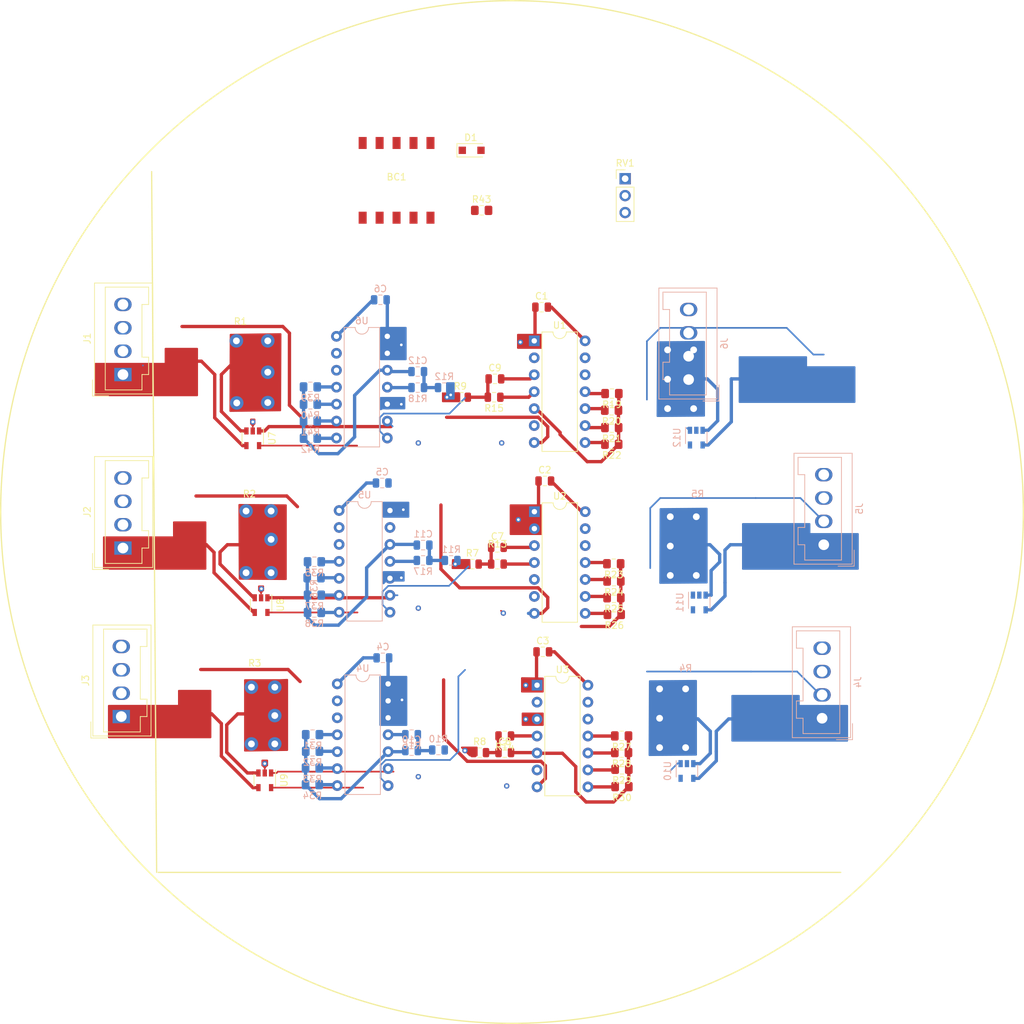
<source format=kicad_pcb>
(kicad_pcb (version 20171130) (host pcbnew "(5.0.0)")
  (layers (0 F.Cu signal) (1 In1.Cu power) (2 In2.Cu power hide) (31 B.Cu signal) (34 B.Paste user) (35 F.Paste user) (36 B.SilkS user) (37 F.SilkS user) (38 B.Mask user) (39 F.Mask user) (44 Edge.Cuts user))
  (net 0 "")
  (net 1 GNDPWR)
  (net 2 /PWM1)
  (net 3 +12P)
  (net 4 /PWM2)
  (net 5 /PWM3)
  (net 6 /PWM4)
  (net 7 /PWM5)
  (net 8 /PWM6)
  (net 9 +5VP)
  (net 10 "Net-(R16-Pad1)")
  (net 11 /CS4)
  (net 12 "Net-(R15-Pad1)")
  (net 13 /CS1)
  (net 14 /CS6)
  (net 15 "Net-(R18-Pad1)")
  (net 16 "Net-(R17-Pad1)")
  (net 17 /CS5)
  (net 18 /CS3)
  (net 19 "Net-(R14-Pad1)")
  (net 20 "Net-(R13-Pad1)")
  (net 21 /CS2)
  (net 22 "Net-(C10-Pad1)")
  (net 23 "Net-(C7-Pad1)")
  (net 24 "Net-(C8-Pad1)")
  (net 25 "Net-(C9-Pad1)")
  (net 26 "Net-(C11-Pad1)")
  (net 27 "Net-(C12-Pad1)")
  (net 28 "Net-(R25-Pad2)")
  (net 29 "Net-(R36-Pad2)")
  (net 30 "Net-(R24-Pad2)")
  (net 31 "Net-(R28-Pad2)")
  (net 32 "Net-(R27-Pad2)")
  (net 33 "Net-(R26-Pad2)")
  (net 34 "Net-(R30-Pad2)")
  (net 35 "Net-(R23-Pad2)")
  (net 36 "Net-(R22-Pad2)")
  (net 37 "Net-(R21-Pad2)")
  (net 38 "Net-(R20-Pad2)")
  (net 39 "Net-(R19-Pad2)")
  (net 40 "Net-(R32-Pad2)")
  (net 41 "Net-(R42-Pad2)")
  (net 42 "Net-(R31-Pad2)")
  (net 43 "Net-(R33-Pad2)")
  (net 44 "Net-(R34-Pad2)")
  (net 45 "Net-(R35-Pad2)")
  (net 46 "Net-(R29-Pad2)")
  (net 47 "Net-(R38-Pad2)")
  (net 48 "Net-(R39-Pad2)")
  (net 49 "Net-(R40-Pad2)")
  (net 50 "Net-(R41-Pad2)")
  (net 51 "Net-(R37-Pad2)")
  (net 52 "Net-(J1-Pad1)")
  (net 53 "Net-(J2-Pad1)")
  (net 54 "Net-(J3-Pad1)")
  (net 55 "Net-(J4-Pad1)")
  (net 56 "Net-(J5-Pad1)")
  (net 57 "Net-(J6-Pad1)")
  (net 58 /SDA_iso)
  (net 59 /SCL_iso)
  (net 60 "Net-(BC1-Pad6)")
  (net 61 "Net-(R43-Pad2)")
  (net 62 "Net-(BC1-Pad4)")
  (module Connector_Wago:Wago_734-134_1x04_P3.50mm_Vertical (layer F.Cu) (at 75.45 111.4 90)
    (fp_text reference J2 (at 5.4 -5.35 90) (layer F.SilkS))
    (fp_text value Conn_01x04_Female)
    (pad 4 thru_hole oval (at 10.5 0 90) (size 2 2.6) (drill 1.6) (layers *.Cu *.Mask) (net 1 GNDPWR))
    (pad 3 thru_hole oval (at 7 0 90) (size 2 2.6) (drill 1.6) (layers *.Cu *.Mask) (net 1 GNDPWR))
    (pad 2 thru_hole oval (at 3.5 0 90) (size 2 2.6) (drill 1.6) (layers *.Cu *.Mask) (net 4 /PWM2))
    (pad 1 thru_hole rect (at 0 0 90) (size 2 2.6) (drill 1.6) (layers *.Cu *.Mask) (net 53 "Net-(J2-Pad1)"))
  )
  (module Connector_PinHeader_2.54mm:PinHeader_1x03_P2.54mm_Vertical (layer F.Cu) (at 150.7 56.05)
    (fp_text reference RV1 (at 0 -2.33) (layer F.SilkS))
    (fp_text value R_POT_TRIM_US)
    (pad 1 thru_hole rect (at 0 0) (size 1.7 1.7) (drill 1) (layers *.Cu *.Mask) (net 1 GNDPWR))
    (pad 2 thru_hole oval (at 0 2.54) (size 1.7 1.7) (drill 1) (layers *.Cu *.Mask) (net 61 "Net-(R43-Pad2)"))
    (pad 3 thru_hole oval (at 0 5.08) (size 1.7 1.7) (drill 1) (layers *.Cu *.Mask) (net 61 "Net-(R43-Pad2)"))
  )
  (module Connector_Wago:Wago_734-134_1x04_P3.50mm_Vertical (layer B.Cu) (at 160.213004 86.154574 90)
    (fp_text reference J6 (at 5.4 5.35 90) (layer B.SilkS) (effects (justify mirror)))
    (fp_text value Conn_01x04_Female)
    (pad 4 thru_hole oval (at 10.5 0 90) (size 2 2.6) (drill 1.6) (layers *.Cu *.Mask) (net 1 GNDPWR))
    (pad 3 thru_hole oval (at 7 0 90) (size 2 2.6) (drill 1.6) (layers *.Cu *.Mask) (net 1 GNDPWR))
    (pad 2 thru_hole oval (at 3.5 0 90) (size 2 2.6) (drill 1.6) (layers *.Cu *.Mask) (net 8 /PWM6))
    (pad 1 thru_hole rect (at 0 0 90) (size 2 2.6) (drill 1.6) (layers *.Cu *.Mask) (net 57 "Net-(J6-Pad1)"))
  )
  (module Connector_Wago:Wago_734-134_1x04_P3.50mm_Vertical (layer F.Cu) (at 75.45 85.4 90)
    (fp_text reference J1 (at 5.4 -5.35 90) (layer F.SilkS))
    (fp_text value Conn_01x04_Female)
    (pad 1 thru_hole rect (at 0 0 90) (size 2 2.6) (drill 1.6) (layers *.Cu *.Mask) (net 52 "Net-(J1-Pad1)"))
    (pad 2 thru_hole oval (at 3.5 0 90) (size 2 2.6) (drill 1.6) (layers *.Cu *.Mask) (net 2 /PWM1))
    (pad 3 thru_hole oval (at 7 0 90) (size 2 2.6) (drill 1.6) (layers *.Cu *.Mask) (net 1 GNDPWR))
    (pad 4 thru_hole oval (at 10.5 0 90) (size 2 2.6) (drill 1.6) (layers *.Cu *.Mask) (net 1 GNDPWR))
  )
  (module Connector_Wago:Wago_734-134_1x04_P3.50mm_Vertical (layer F.Cu) (at 75.2 136.65 90)
    (fp_text reference J3 (at 5.4 -5.35 90) (layer F.SilkS))
    (fp_text value Conn_01x04_Female)
    (pad 1 thru_hole rect (at 0 0 90) (size 2 2.6) (drill 1.6) (layers *.Cu *.Mask) (net 54 "Net-(J3-Pad1)"))
    (pad 2 thru_hole oval (at 3.5 0 90) (size 2 2.6) (drill 1.6) (layers *.Cu *.Mask) (net 5 /PWM3))
    (pad 3 thru_hole oval (at 7 0 90) (size 2 2.6) (drill 1.6) (layers *.Cu *.Mask) (net 1 GNDPWR))
    (pad 4 thru_hole oval (at 10.5 0 90) (size 2 2.6) (drill 1.6) (layers *.Cu *.Mask) (net 1 GNDPWR))
  )
  (module Connector_Wago:Wago_734-134_1x04_P3.50mm_Vertical (layer B.Cu) (at 180.213004 136.904574 90)
    (fp_text reference J4 (at 5.4 5.35 90) (layer B.SilkS) (effects (justify mirror)))
    (fp_text value Conn_01x04_Female)
    (pad 4 thru_hole oval (at 10.5 0 90) (size 2 2.6) (drill 1.6) (layers *.Cu *.Mask) (net 1 GNDPWR))
    (pad 3 thru_hole oval (at 7 0 90) (size 2 2.6) (drill 1.6) (layers *.Cu *.Mask) (net 1 GNDPWR))
    (pad 2 thru_hole oval (at 3.5 0 90) (size 2 2.6) (drill 1.6) (layers *.Cu *.Mask) (net 6 /PWM4))
    (pad 1 thru_hole rect (at 0 0 90) (size 2 2.6) (drill 1.6) (layers *.Cu *.Mask) (net 55 "Net-(J4-Pad1)"))
  )
  (module Connector_Wago:Wago_734-134_1x04_P3.50mm_Vertical (layer B.Cu) (at 180.463004 110.904574 90)
    (fp_text reference J5 (at 5.4 5.35 90) (layer B.SilkS) (effects (justify mirror)))
    (fp_text value Conn_01x04_Female)
    (pad 1 thru_hole rect (at 0 0 90) (size 2 2.6) (drill 1.6) (layers *.Cu *.Mask) (net 56 "Net-(J5-Pad1)"))
    (pad 2 thru_hole oval (at 3.5 0 90) (size 2 2.6) (drill 1.6) (layers *.Cu *.Mask) (net 7 /PWM5))
    (pad 3 thru_hole oval (at 7 0 90) (size 2 2.6) (drill 1.6) (layers *.Cu *.Mask) (net 1 GNDPWR))
    (pad 4 thru_hole oval (at 10.5 0 90) (size 2 2.6) (drill 1.6) (layers *.Cu *.Mask) (net 1 GNDPWR))
  )
  (module rov:D_SOD-123F (layer F.Cu) (at 127.7 51.8)
    (fp_text reference D1 (at -0.127 -1.905) (layer F.SilkS))
    (fp_text value D_Small)
    (pad 1 smd rect (at -1.4 0) (size 1.1 1.1) (layers F.Cu F.Paste F.Mask) (net 9 +5VP))
    (pad 2 smd rect (at 1.4 0) (size 1.1 1.1) (layers F.Cu F.Paste F.Mask) (net 62 "Net-(BC1-Pad4)"))
  )
  (module rov:R78AA-1.0 (layer F.Cu) (at 116.45 56.3 180)
    (fp_text reference BC1 (at 0 0.5 180) (layer F.SilkS))
    (fp_text value R-78AA-1.0)
    (pad 3 smd rect (at 0 5.6 180) (size 1.2 1.8) (layers F.Cu F.Paste F.Mask) (net 1 GNDPWR))
    (pad 4 smd rect (at 2.54 5.6 180) (size 1.2 1.8) (layers F.Cu F.Paste F.Mask) (net 62 "Net-(BC1-Pad4)"))
    (pad 5 smd rect (at 5.08 5.6 180) (size 1.2 1.8) (layers F.Cu F.Paste F.Mask) (net 62 "Net-(BC1-Pad4)"))
    (pad 1 smd rect (at -5.08 5.6 180) (size 1.2 1.8) (layers F.Cu F.Paste F.Mask) (net 3 +12P))
    (pad 2 smd rect (at -2.54 5.6 180) (size 1.2 1.8) (layers F.Cu F.Paste F.Mask) (net 3 +12P))
    (pad 10 smd rect (at -5.08 -5.6) (size 1.2 1.8) (layers F.Cu F.Paste F.Mask) (net 3 +12P))
    (pad 9 smd rect (at -2.54 -5.6) (size 1.2 1.8) (layers F.Cu F.Paste F.Mask) (net 1 GNDPWR))
    (pad 7 smd rect (at 2.54 -5.6) (size 1.2 1.8) (layers F.Cu F.Paste F.Mask) (net 1 GNDPWR))
    (pad 8 smd rect (at 0 -5.6) (size 1.2 1.8) (layers F.Cu F.Paste F.Mask) (net 1 GNDPWR))
    (pad 6 smd rect (at 5.08 -5.6) (size 1.2 1.8) (layers F.Cu F.Paste F.Mask) (net 60 "Net-(BC1-Pad6)"))
  )
  (module rov:R_0805_SMD (layer F.Cu) (at 129.2 60.8)
    (fp_text reference R43 (at 0 -1.65) (layer F.SilkS))
    (fp_text value R_Small)
    (pad 1 smd roundrect (at -1.025 0) (size 1.15 1.4) (layers F.Cu F.Paste F.Mask) (roundrect_rratio 0.217391) (net 60 "Net-(BC1-Pad6)"))
    (pad 2 smd roundrect (at 1.025 0) (size 1.15 1.4) (layers F.Cu F.Paste F.Mask) (roundrect_rratio 0.217391) (net 61 "Net-(R43-Pad2)"))
  )
  (module "ROV:Shunt Resistor" (layer B.Cu) (at 159.763004 129.892574)
    (fp_text reference R4 (at 0 -0.5) (layer B.SilkS) (effects (justify mirror)))
    (fp_text value WSLP59311L000FEB)
    (pad 2 smd rect (at 8.3 7.112) (size 2.7 6.2) (layers B.Cu B.Paste B.Mask) (net 55 "Net-(J4-Pad1)"))
    (pad 1 smd rect (at 0 7.112) (size 2.7 6.2) (layers B.Cu B.Paste B.Mask) (net 3 +12P))
  )
  (module "ROV:Shunt Resistor" (layer F.Cu) (at 94.4 103.788 180)
    (fp_text reference R2 (at 0 0.5 180) (layer F.SilkS))
    (fp_text value WSLP59311L000FEB)
    (pad 2 smd rect (at 8.3 -7.112 180) (size 2.7 6.2) (layers F.Cu F.Paste F.Mask) (net 53 "Net-(J2-Pad1)"))
    (pad 1 smd rect (at 0 -7.112 180) (size 2.7 6.2) (layers F.Cu F.Paste F.Mask) (net 3 +12P))
  )
  (module Package_DIP:DIP-14_W7.62mm (layer F.Cu) (at 137.1 105.95)
    (fp_text reference U2 (at 3.81 -2.33) (layer F.SilkS))
    (fp_text value PIC16F15323)
    (pad 14 thru_hole oval (at 7.62 0) (size 1.6 1.6) (drill 0.8) (layers *.Cu *.Mask) (net 1 GNDPWR))
    (pad 7 thru_hole oval (at 0 15.24) (size 1.6 1.6) (drill 0.8) (layers *.Cu *.Mask) (net 4 /PWM2))
    (pad 13 thru_hole oval (at 7.62 2.54) (size 1.6 1.6) (drill 0.8) (layers *.Cu *.Mask) (net 58 /SDA_iso))
    (pad 6 thru_hole oval (at 0 12.7) (size 1.6 1.6) (drill 0.8) (layers *.Cu *.Mask) (net 21 /CS2))
    (pad 12 thru_hole oval (at 7.62 5.08) (size 1.6 1.6) (drill 0.8) (layers *.Cu *.Mask) (net 59 /SCL_iso))
    (pad 5 thru_hole oval (at 0 10.16) (size 1.6 1.6) (drill 0.8) (layers *.Cu *.Mask) (net 1 GNDPWR))
    (pad 11 thru_hole oval (at 7.62 7.62) (size 1.6 1.6) (drill 0.8) (layers *.Cu *.Mask) (net 35 "Net-(R23-Pad2)"))
    (pad 4 thru_hole oval (at 0 7.62) (size 1.6 1.6) (drill 0.8) (layers *.Cu *.Mask) (net 20 "Net-(R13-Pad1)"))
    (pad 10 thru_hole oval (at 7.62 10.16) (size 1.6 1.6) (drill 0.8) (layers *.Cu *.Mask) (net 30 "Net-(R24-Pad2)"))
    (pad 3 thru_hole oval (at 0 5.08) (size 1.6 1.6) (drill 0.8) (layers *.Cu *.Mask) (net 1 GNDPWR))
    (pad 9 thru_hole oval (at 7.62 12.7) (size 1.6 1.6) (drill 0.8) (layers *.Cu *.Mask) (net 28 "Net-(R25-Pad2)"))
    (pad 2 thru_hole oval (at 0 2.54) (size 1.6 1.6) (drill 0.8) (layers *.Cu *.Mask) (net 9 +5VP))
    (pad 8 thru_hole oval (at 7.62 15.24) (size 1.6 1.6) (drill 0.8) (layers *.Cu *.Mask) (net 33 "Net-(R26-Pad2)"))
    (pad 1 thru_hole rect (at 0 0) (size 1.6 1.6) (drill 0.8) (layers *.Cu *.Mask) (net 9 +5VP))
  )
  (module Package_DIP:DIP-14_W7.62mm (layer B.Cu) (at 115.063004 79.674574 180)
    (fp_text reference U6 (at 3.81 2.33 180) (layer B.SilkS) (effects (justify mirror)))
    (fp_text value PIC16F15323)
    (pad 14 thru_hole oval (at 7.62 0 180) (size 1.6 1.6) (drill 0.8) (layers *.Cu *.Mask) (net 1 GNDPWR))
    (pad 7 thru_hole oval (at 0 -15.24 180) (size 1.6 1.6) (drill 0.8) (layers *.Cu *.Mask) (net 8 /PWM6))
    (pad 13 thru_hole oval (at 7.62 -2.54 180) (size 1.6 1.6) (drill 0.8) (layers *.Cu *.Mask) (net 58 /SDA_iso))
    (pad 6 thru_hole oval (at 0 -12.7 180) (size 1.6 1.6) (drill 0.8) (layers *.Cu *.Mask) (net 14 /CS6))
    (pad 12 thru_hole oval (at 7.62 -5.08 180) (size 1.6 1.6) (drill 0.8) (layers *.Cu *.Mask) (net 59 /SCL_iso))
    (pad 5 thru_hole oval (at 0 -10.16 180) (size 1.6 1.6) (drill 0.8) (layers *.Cu *.Mask) (net 9 +5VP))
    (pad 11 thru_hole oval (at 7.62 -7.62 180) (size 1.6 1.6) (drill 0.8) (layers *.Cu *.Mask) (net 48 "Net-(R39-Pad2)"))
    (pad 4 thru_hole oval (at 0 -7.62 180) (size 1.6 1.6) (drill 0.8) (layers *.Cu *.Mask) (net 15 "Net-(R18-Pad1)"))
    (pad 10 thru_hole oval (at 7.62 -10.16 180) (size 1.6 1.6) (drill 0.8) (layers *.Cu *.Mask) (net 49 "Net-(R40-Pad2)"))
    (pad 3 thru_hole oval (at 0 -5.08 180) (size 1.6 1.6) (drill 0.8) (layers *.Cu *.Mask) (net 1 GNDPWR))
    (pad 9 thru_hole oval (at 7.62 -12.7 180) (size 1.6 1.6) (drill 0.8) (layers *.Cu *.Mask) (net 50 "Net-(R41-Pad2)"))
    (pad 2 thru_hole oval (at 0 -2.54 180) (size 1.6 1.6) (drill 0.8) (layers *.Cu *.Mask) (net 9 +5VP))
    (pad 8 thru_hole oval (at 7.62 -15.24 180) (size 1.6 1.6) (drill 0.8) (layers *.Cu *.Mask) (net 41 "Net-(R42-Pad2)"))
    (pad 1 thru_hole rect (at 0 0 180) (size 1.6 1.6) (drill 0.8) (layers *.Cu *.Mask) (net 9 +5VP))
  )
  (module Package_DIP:DIP-14_W7.62mm (layer B.Cu) (at 115.463004 105.774574 180)
    (fp_text reference U5 (at 3.81 2.33 180) (layer B.SilkS) (effects (justify mirror)))
    (fp_text value PIC16F15323)
    (pad 14 thru_hole oval (at 7.62 0 180) (size 1.6 1.6) (drill 0.8) (layers *.Cu *.Mask) (net 1 GNDPWR))
    (pad 7 thru_hole oval (at 0 -15.24 180) (size 1.6 1.6) (drill 0.8) (layers *.Cu *.Mask) (net 7 /PWM5))
    (pad 13 thru_hole oval (at 7.62 -2.54 180) (size 1.6 1.6) (drill 0.8) (layers *.Cu *.Mask) (net 58 /SDA_iso))
    (pad 6 thru_hole oval (at 0 -12.7 180) (size 1.6 1.6) (drill 0.8) (layers *.Cu *.Mask) (net 17 /CS5))
    (pad 12 thru_hole oval (at 7.62 -5.08 180) (size 1.6 1.6) (drill 0.8) (layers *.Cu *.Mask) (net 59 /SCL_iso))
    (pad 5 thru_hole oval (at 0 -10.16 180) (size 1.6 1.6) (drill 0.8) (layers *.Cu *.Mask) (net 9 +5VP))
    (pad 11 thru_hole oval (at 7.62 -7.62 180) (size 1.6 1.6) (drill 0.8) (layers *.Cu *.Mask) (net 45 "Net-(R35-Pad2)"))
    (pad 4 thru_hole oval (at 0 -7.62 180) (size 1.6 1.6) (drill 0.8) (layers *.Cu *.Mask) (net 16 "Net-(R17-Pad1)"))
    (pad 10 thru_hole oval (at 7.62 -10.16 180) (size 1.6 1.6) (drill 0.8) (layers *.Cu *.Mask) (net 29 "Net-(R36-Pad2)"))
    (pad 3 thru_hole oval (at 0 -5.08 180) (size 1.6 1.6) (drill 0.8) (layers *.Cu *.Mask) (net 1 GNDPWR))
    (pad 9 thru_hole oval (at 7.62 -12.7 180) (size 1.6 1.6) (drill 0.8) (layers *.Cu *.Mask) (net 51 "Net-(R37-Pad2)"))
    (pad 2 thru_hole oval (at 0 -2.54 180) (size 1.6 1.6) (drill 0.8) (layers *.Cu *.Mask) (net 1 GNDPWR))
    (pad 8 thru_hole oval (at 7.62 -15.24 180) (size 1.6 1.6) (drill 0.8) (layers *.Cu *.Mask) (net 47 "Net-(R38-Pad2)"))
    (pad 1 thru_hole rect (at 0 0 180) (size 1.6 1.6) (drill 0.8) (layers *.Cu *.Mask) (net 9 +5VP))
  )
  (module Package_DIP:DIP-14_W7.62mm (layer B.Cu) (at 115.183004 131.754574 180)
    (fp_text reference U4 (at 3.81 2.33 180) (layer B.SilkS) (effects (justify mirror)))
    (fp_text value PIC16F15323)
    (pad 14 thru_hole oval (at 7.62 0 180) (size 1.6 1.6) (drill 0.8) (layers *.Cu *.Mask) (net 1 GNDPWR))
    (pad 7 thru_hole oval (at 0 -15.24 180) (size 1.6 1.6) (drill 0.8) (layers *.Cu *.Mask) (net 6 /PWM4))
    (pad 13 thru_hole oval (at 7.62 -2.54 180) (size 1.6 1.6) (drill 0.8) (layers *.Cu *.Mask) (net 58 /SDA_iso))
    (pad 6 thru_hole oval (at 0 -12.7 180) (size 1.6 1.6) (drill 0.8) (layers *.Cu *.Mask) (net 11 /CS4))
    (pad 12 thru_hole oval (at 7.62 -5.08 180) (size 1.6 1.6) (drill 0.8) (layers *.Cu *.Mask) (net 59 /SCL_iso))
    (pad 5 thru_hole oval (at 0 -10.16 180) (size 1.6 1.6) (drill 0.8) (layers *.Cu *.Mask) (net 1 GNDPWR))
    (pad 11 thru_hole oval (at 7.62 -7.62 180) (size 1.6 1.6) (drill 0.8) (layers *.Cu *.Mask) (net 42 "Net-(R31-Pad2)"))
    (pad 4 thru_hole oval (at 0 -7.62 180) (size 1.6 1.6) (drill 0.8) (layers *.Cu *.Mask) (net 10 "Net-(R16-Pad1)"))
    (pad 10 thru_hole oval (at 7.62 -10.16 180) (size 1.6 1.6) (drill 0.8) (layers *.Cu *.Mask) (net 40 "Net-(R32-Pad2)"))
    (pad 3 thru_hole oval (at 0 -5.08 180) (size 1.6 1.6) (drill 0.8) (layers *.Cu *.Mask) (net 9 +5VP))
    (pad 9 thru_hole oval (at 7.62 -12.7 180) (size 1.6 1.6) (drill 0.8) (layers *.Cu *.Mask) (net 43 "Net-(R33-Pad2)"))
    (pad 2 thru_hole oval (at 0 -2.54 180) (size 1.6 1.6) (drill 0.8) (layers *.Cu *.Mask) (net 9 +5VP))
    (pad 8 thru_hole oval (at 7.62 -15.24 180) (size 1.6 1.6) (drill 0.8) (layers *.Cu *.Mask) (net 44 "Net-(R34-Pad2)"))
    (pad 1 thru_hole rect (at 0 0 180) (size 1.6 1.6) (drill 0.8) (layers *.Cu *.Mask) (net 9 +5VP))
  )
  (module Package_DIP:DIP-14_W7.62mm (layer F.Cu) (at 137.5 131.95)
    (fp_text reference U3 (at 3.81 -2.33) (layer F.SilkS))
    (fp_text value PIC16F15323)
    (pad 14 thru_hole oval (at 7.62 0) (size 1.6 1.6) (drill 0.8) (layers *.Cu *.Mask) (net 1 GNDPWR))
    (pad 7 thru_hole oval (at 0 15.24) (size 1.6 1.6) (drill 0.8) (layers *.Cu *.Mask) (net 5 /PWM3))
    (pad 13 thru_hole oval (at 7.62 2.54) (size 1.6 1.6) (drill 0.8) (layers *.Cu *.Mask) (net 58 /SDA_iso))
    (pad 6 thru_hole oval (at 0 12.7) (size 1.6 1.6) (drill 0.8) (layers *.Cu *.Mask) (net 18 /CS3))
    (pad 12 thru_hole oval (at 7.62 5.08) (size 1.6 1.6) (drill 0.8) (layers *.Cu *.Mask) (net 59 /SCL_iso))
    (pad 5 thru_hole oval (at 0 10.16) (size 1.6 1.6) (drill 0.8) (layers *.Cu *.Mask) (net 1 GNDPWR))
    (pad 11 thru_hole oval (at 7.62 7.62) (size 1.6 1.6) (drill 0.8) (layers *.Cu *.Mask) (net 32 "Net-(R27-Pad2)"))
    (pad 4 thru_hole oval (at 0 7.62) (size 1.6 1.6) (drill 0.8) (layers *.Cu *.Mask) (net 19 "Net-(R14-Pad1)"))
    (pad 10 thru_hole oval (at 7.62 10.16) (size 1.6 1.6) (drill 0.8) (layers *.Cu *.Mask) (net 31 "Net-(R28-Pad2)"))
    (pad 3 thru_hole oval (at 0 5.08) (size 1.6 1.6) (drill 0.8) (layers *.Cu *.Mask) (net 9 +5VP))
    (pad 9 thru_hole oval (at 7.62 12.7) (size 1.6 1.6) (drill 0.8) (layers *.Cu *.Mask) (net 46 "Net-(R29-Pad2)"))
    (pad 2 thru_hole oval (at 0 2.54) (size 1.6 1.6) (drill 0.8) (layers *.Cu *.Mask) (net 1 GNDPWR))
    (pad 8 thru_hole oval (at 7.62 15.24) (size 1.6 1.6) (drill 0.8) (layers *.Cu *.Mask) (net 34 "Net-(R30-Pad2)"))
    (pad 1 thru_hole rect (at 0 0) (size 1.6 1.6) (drill 0.8) (layers *.Cu *.Mask) (net 9 +5VP))
  )
  (module Package_DIP:DIP-14_W7.62mm (layer F.Cu) (at 137.08 80.35)
    (fp_text reference U1 (at 3.81 -2.33) (layer F.SilkS))
    (fp_text value PIC16F15323)
    (pad 14 thru_hole oval (at 7.62 0) (size 1.6 1.6) (drill 0.8) (layers *.Cu *.Mask) (net 1 GNDPWR))
    (pad 7 thru_hole oval (at 0 15.24) (size 1.6 1.6) (drill 0.8) (layers *.Cu *.Mask) (net 2 /PWM1))
    (pad 13 thru_hole oval (at 7.62 2.54) (size 1.6 1.6) (drill 0.8) (layers *.Cu *.Mask) (net 58 /SDA_iso))
    (pad 6 thru_hole oval (at 0 12.7) (size 1.6 1.6) (drill 0.8) (layers *.Cu *.Mask) (net 13 /CS1))
    (pad 12 thru_hole oval (at 7.62 5.08) (size 1.6 1.6) (drill 0.8) (layers *.Cu *.Mask) (net 59 /SCL_iso))
    (pad 5 thru_hole oval (at 0 10.16) (size 1.6 1.6) (drill 0.8) (layers *.Cu *.Mask) (net 1 GNDPWR))
    (pad 11 thru_hole oval (at 7.62 7.62) (size 1.6 1.6) (drill 0.8) (layers *.Cu *.Mask) (net 39 "Net-(R19-Pad2)"))
    (pad 4 thru_hole oval (at 0 7.62) (size 1.6 1.6) (drill 0.8) (layers *.Cu *.Mask) (net 12 "Net-(R15-Pad1)"))
    (pad 10 thru_hole oval (at 7.62 10.16) (size 1.6 1.6) (drill 0.8) (layers *.Cu *.Mask) (net 38 "Net-(R20-Pad2)"))
    (pad 3 thru_hole oval (at 0 5.08) (size 1.6 1.6) (drill 0.8) (layers *.Cu *.Mask) (net 1 GNDPWR))
    (pad 9 thru_hole oval (at 7.62 12.7) (size 1.6 1.6) (drill 0.8) (layers *.Cu *.Mask) (net 37 "Net-(R21-Pad2)"))
    (pad 2 thru_hole oval (at 0 2.54) (size 1.6 1.6) (drill 0.8) (layers *.Cu *.Mask) (net 1 GNDPWR))
    (pad 8 thru_hole oval (at 7.62 15.24) (size 1.6 1.6) (drill 0.8) (layers *.Cu *.Mask) (net 36 "Net-(R22-Pad2)"))
    (pad 1 thru_hole rect (at 0 0) (size 1.6 1.6) (drill 0.8) (layers *.Cu *.Mask) (net 9 +5VP))
  )
  (module Capacitor_SMD:C_0805_2012Metric (layer F.Cu) (at 138.6625 101.35)
    (fp_text reference C2 (at 0 -1.65) (layer F.SilkS))
    (fp_text value .1uF)
    (pad 2 smd roundrect (at 0.9375 0) (size 0.975 1.4) (layers F.Cu F.Paste F.Mask) (net 1 GNDPWR))
    (pad 1 smd roundrect (at -0.9375 0) (size 0.975 1.4) (layers F.Cu F.Paste F.Mask) (net 9 +5VP))
  )
  (module Resistor_SMD:R_0805_2012Metric_Pad1.15x1.40mm_HandSolder (layer B.Cu) (at 104.138004 118.454574)
    (fp_text reference R37 (at 0 1.65) (layer B.SilkS) (effects (justify mirror)))
    (fp_text value 1k)
    (pad 2 smd roundrect (at 1.025 0) (size 1.15 1.4) (layers B.Cu B.Paste B.Mask) (roundrect_rratio 0.217391) (net 51 "Net-(R37-Pad2)"))
    (pad 1 smd roundrect (at -1.025 0) (size 1.15 1.4) (layers B.Cu B.Paste B.Mask) (roundrect_rratio 0.217391) (net 1 GNDPWR))
  )
  (module Resistor_SMD:R_0805_2012Metric_Pad1.15x1.40mm_HandSolder (layer B.Cu) (at 103.538004 92.354574)
    (fp_text reference R41 (at 0 1.65) (layer B.SilkS) (effects (justify mirror)))
    (fp_text value 1k)
    (pad 2 smd roundrect (at 1.025 0) (size 1.15 1.4) (layers B.Cu B.Paste B.Mask) (roundrect_rratio 0.217391) (net 50 "Net-(R41-Pad2)"))
    (pad 1 smd roundrect (at -1.025 0) (size 1.15 1.4) (layers B.Cu B.Paste B.Mask) (roundrect_rratio 0.217391) (net 1 GNDPWR))
  )
  (module Resistor_SMD:R_0805_2012Metric_Pad1.15x1.40mm_HandSolder (layer B.Cu) (at 103.538004 89.854574)
    (fp_text reference R40 (at 0 1.65) (layer B.SilkS) (effects (justify mirror)))
    (fp_text value 1k)
    (pad 2 smd roundrect (at 1.025 0) (size 1.15 1.4) (layers B.Cu B.Paste B.Mask) (roundrect_rratio 0.217391) (net 49 "Net-(R40-Pad2)"))
    (pad 1 smd roundrect (at -1.025 0) (size 1.15 1.4) (layers B.Cu B.Paste B.Mask) (roundrect_rratio 0.217391) (net 1 GNDPWR))
  )
  (module Resistor_SMD:R_0805_2012Metric_Pad1.15x1.40mm_HandSolder (layer B.Cu) (at 103.538004 87.254574)
    (fp_text reference R39 (at 0 1.65) (layer B.SilkS) (effects (justify mirror)))
    (fp_text value R_Small)
    (pad 2 smd roundrect (at 1.025 0) (size 1.15 1.4) (layers B.Cu B.Paste B.Mask) (roundrect_rratio 0.217391) (net 48 "Net-(R39-Pad2)"))
    (pad 1 smd roundrect (at -1.025 0) (size 1.15 1.4) (layers B.Cu B.Paste B.Mask) (roundrect_rratio 0.217391) (net 1 GNDPWR))
  )
  (module Resistor_SMD:R_0805_2012Metric_Pad1.15x1.40mm_HandSolder (layer B.Cu) (at 104.138004 121.054574)
    (fp_text reference R38 (at 0 1.65) (layer B.SilkS) (effects (justify mirror)))
    (fp_text value 1k)
    (pad 2 smd roundrect (at 1.025 0) (size 1.15 1.4) (layers B.Cu B.Paste B.Mask) (roundrect_rratio 0.217391) (net 47 "Net-(R38-Pad2)"))
    (pad 1 smd roundrect (at -1.025 0) (size 1.15 1.4) (layers B.Cu B.Paste B.Mask) (roundrect_rratio 0.217391) (net 1 GNDPWR))
  )
  (module Resistor_SMD:R_0805_2012Metric_Pad1.15x1.40mm_HandSolder (layer F.Cu) (at 150.225 144.55 180)
    (fp_text reference R29 (at 0 -1.65 180) (layer F.SilkS))
    (fp_text value 1k)
    (pad 2 smd roundrect (at 1.025 0 180) (size 1.15 1.4) (layers F.Cu F.Paste F.Mask) (roundrect_rratio 0.217391) (net 46 "Net-(R29-Pad2)"))
    (pad 1 smd roundrect (at -1.025 0 180) (size 1.15 1.4) (layers F.Cu F.Paste F.Mask) (roundrect_rratio 0.217391) (net 1 GNDPWR))
  )
  (module Resistor_SMD:R_0805_2012Metric_Pad1.15x1.40mm_HandSolder (layer B.Cu) (at 104.138004 113.454574)
    (fp_text reference R35 (at 0 1.65) (layer B.SilkS) (effects (justify mirror)))
    (fp_text value R_Small)
    (pad 2 smd roundrect (at 1.025 0) (size 1.15 1.4) (layers B.Cu B.Paste B.Mask) (roundrect_rratio 0.217391) (net 45 "Net-(R35-Pad2)"))
    (pad 1 smd roundrect (at -1.025 0) (size 1.15 1.4) (layers B.Cu B.Paste B.Mask) (roundrect_rratio 0.217391) (net 1 GNDPWR))
  )
  (module Resistor_SMD:R_0805_2012Metric_Pad1.15x1.40mm_HandSolder (layer B.Cu) (at 103.838004 146.854574)
    (fp_text reference R34 (at 0 1.65) (layer B.SilkS) (effects (justify mirror)))
    (fp_text value R_Small)
    (pad 2 smd roundrect (at 1.025 0) (size 1.15 1.4) (layers B.Cu B.Paste B.Mask) (roundrect_rratio 0.217391) (net 44 "Net-(R34-Pad2)"))
    (pad 1 smd roundrect (at -1.025 0) (size 1.15 1.4) (layers B.Cu B.Paste B.Mask) (roundrect_rratio 0.217391) (net 1 GNDPWR))
  )
  (module Resistor_SMD:R_0805_2012Metric_Pad1.15x1.40mm_HandSolder (layer B.Cu) (at 103.838004 144.354574)
    (fp_text reference R33 (at 0 1.65) (layer B.SilkS) (effects (justify mirror)))
    (fp_text value R_Small)
    (pad 2 smd roundrect (at 1.025 0) (size 1.15 1.4) (layers B.Cu B.Paste B.Mask) (roundrect_rratio 0.217391) (net 43 "Net-(R33-Pad2)"))
    (pad 1 smd roundrect (at -1.025 0) (size 1.15 1.4) (layers B.Cu B.Paste B.Mask) (roundrect_rratio 0.217391) (net 1 GNDPWR))
  )
  (module Resistor_SMD:R_0805_2012Metric_Pad1.15x1.40mm_HandSolder (layer B.Cu) (at 103.863004 139.354574)
    (fp_text reference R31 (at 0 1.65) (layer B.SilkS) (effects (justify mirror)))
    (fp_text value R_Small)
    (pad 2 smd roundrect (at 1.025 0) (size 1.15 1.4) (layers B.Cu B.Paste B.Mask) (roundrect_rratio 0.217391) (net 42 "Net-(R31-Pad2)"))
    (pad 1 smd roundrect (at -1.025 0) (size 1.15 1.4) (layers B.Cu B.Paste B.Mask) (roundrect_rratio 0.217391) (net 1 GNDPWR))
  )
  (module Resistor_SMD:R_0805_2012Metric_Pad1.15x1.40mm_HandSolder (layer B.Cu) (at 103.538004 94.954574)
    (fp_text reference R42 (at 0 1.65) (layer B.SilkS) (effects (justify mirror)))
    (fp_text value 1k)
    (pad 2 smd roundrect (at 1.025 0) (size 1.15 1.4) (layers B.Cu B.Paste B.Mask) (roundrect_rratio 0.217391) (net 41 "Net-(R42-Pad2)"))
    (pad 1 smd roundrect (at -1.025 0) (size 1.15 1.4) (layers B.Cu B.Paste B.Mask) (roundrect_rratio 0.217391) (net 1 GNDPWR))
  )
  (module Resistor_SMD:R_0805_2012Metric_Pad1.15x1.40mm_HandSolder (layer B.Cu) (at 103.863004 141.854574)
    (fp_text reference R32 (at 0 1.65) (layer B.SilkS) (effects (justify mirror)))
    (fp_text value R_Small)
    (pad 2 smd roundrect (at 1.025 0) (size 1.15 1.4) (layers B.Cu B.Paste B.Mask) (roundrect_rratio 0.217391) (net 40 "Net-(R32-Pad2)"))
    (pad 1 smd roundrect (at -1.025 0) (size 1.15 1.4) (layers B.Cu B.Paste B.Mask) (roundrect_rratio 0.217391) (net 1 GNDPWR))
  )
  (module Resistor_SMD:R_0805_2012Metric_Pad1.15x1.40mm_HandSolder (layer F.Cu) (at 148.725 88.25 180)
    (fp_text reference R19 (at 0 -1.65 180) (layer F.SilkS))
    (fp_text value 1k)
    (pad 2 smd roundrect (at 1.025 0 180) (size 1.15 1.4) (layers F.Cu F.Paste F.Mask) (roundrect_rratio 0.217391) (net 39 "Net-(R19-Pad2)"))
    (pad 1 smd roundrect (at -1.025 0 180) (size 1.15 1.4) (layers F.Cu F.Paste F.Mask) (roundrect_rratio 0.217391) (net 1 GNDPWR))
  )
  (module Resistor_SMD:R_0805_2012Metric_Pad1.15x1.40mm_HandSolder (layer F.Cu) (at 148.675 90.75 180)
    (fp_text reference R20 (at 0 -1.65 180) (layer F.SilkS))
    (fp_text value 1k)
    (pad 2 smd roundrect (at 1.025 0 180) (size 1.15 1.4) (layers F.Cu F.Paste F.Mask) (roundrect_rratio 0.217391) (net 38 "Net-(R20-Pad2)"))
    (pad 1 smd roundrect (at -1.025 0 180) (size 1.15 1.4) (layers F.Cu F.Paste F.Mask) (roundrect_rratio 0.217391) (net 1 GNDPWR))
  )
  (module Resistor_SMD:R_0805_2012Metric_Pad1.15x1.40mm_HandSolder (layer F.Cu) (at 148.7 93.35 180)
    (fp_text reference R21 (at 0 -1.65 180) (layer F.SilkS))
    (fp_text value 1k)
    (pad 2 smd roundrect (at 1.025 0 180) (size 1.15 1.4) (layers F.Cu F.Paste F.Mask) (roundrect_rratio 0.217391) (net 37 "Net-(R21-Pad2)"))
    (pad 1 smd roundrect (at -1.025 0 180) (size 1.15 1.4) (layers F.Cu F.Paste F.Mask) (roundrect_rratio 0.217391) (net 1 GNDPWR))
  )
  (module Resistor_SMD:R_0805_2012Metric_Pad1.15x1.40mm_HandSolder (layer F.Cu) (at 148.7 95.85 180)
    (fp_text reference R22 (at 0 -1.65 180) (layer F.SilkS))
    (fp_text value 1k)
    (pad 2 smd roundrect (at 1.025 0 180) (size 1.15 1.4) (layers F.Cu F.Paste F.Mask) (roundrect_rratio 0.217391) (net 36 "Net-(R22-Pad2)"))
    (pad 1 smd roundrect (at -1.025 0 180) (size 1.15 1.4) (layers F.Cu F.Paste F.Mask) (roundrect_rratio 0.217391) (net 1 GNDPWR))
  )
  (module Resistor_SMD:R_0805_2012Metric_Pad1.15x1.40mm_HandSolder (layer F.Cu) (at 149 113.75 180)
    (fp_text reference R23 (at 0 -1.65 180) (layer F.SilkS))
    (fp_text value R_Small)
    (pad 2 smd roundrect (at 1.025 0 180) (size 1.15 1.4) (layers F.Cu F.Paste F.Mask) (roundrect_rratio 0.217391) (net 35 "Net-(R23-Pad2)"))
    (pad 1 smd roundrect (at -1.025 0 180) (size 1.15 1.4) (layers F.Cu F.Paste F.Mask) (roundrect_rratio 0.217391) (net 1 GNDPWR))
  )
  (module Resistor_SMD:R_0805_2012Metric_Pad1.15x1.40mm_HandSolder (layer F.Cu) (at 150.225 147.15 180)
    (fp_text reference R30 (at 0 -1.65 180) (layer F.SilkS))
    (fp_text value 1k)
    (pad 2 smd roundrect (at 1.025 0 180) (size 1.15 1.4) (layers F.Cu F.Paste F.Mask) (roundrect_rratio 0.217391) (net 34 "Net-(R30-Pad2)"))
    (pad 1 smd roundrect (at -1.025 0 180) (size 1.15 1.4) (layers F.Cu F.Paste F.Mask) (roundrect_rratio 0.217391) (net 1 GNDPWR))
  )
  (module Resistor_SMD:R_0805_2012Metric_Pad1.15x1.40mm_HandSolder (layer F.Cu) (at 149.075 121.35 180)
    (fp_text reference R26 (at 0 -1.65 180) (layer F.SilkS))
    (fp_text value 1k)
    (pad 2 smd roundrect (at 1.025 0 180) (size 1.15 1.4) (layers F.Cu F.Paste F.Mask) (roundrect_rratio 0.217391) (net 33 "Net-(R26-Pad2)"))
    (pad 1 smd roundrect (at -1.025 0 180) (size 1.15 1.4) (layers F.Cu F.Paste F.Mask) (roundrect_rratio 0.217391) (net 1 GNDPWR))
  )
  (module Resistor_SMD:R_0805_2012Metric_Pad1.15x1.40mm_HandSolder (layer F.Cu) (at 150.175 139.55 180)
    (fp_text reference R27 (at 0 -1.65 180) (layer F.SilkS))
    (fp_text value R_Small)
    (pad 2 smd roundrect (at 1.025 0 180) (size 1.15 1.4) (layers F.Cu F.Paste F.Mask) (roundrect_rratio 0.217391) (net 32 "Net-(R27-Pad2)"))
    (pad 1 smd roundrect (at -1.025 0 180) (size 1.15 1.4) (layers F.Cu F.Paste F.Mask) (roundrect_rratio 0.217391) (net 1 GNDPWR))
  )
  (module Resistor_SMD:R_0805_2012Metric_Pad1.15x1.40mm_HandSolder (layer F.Cu) (at 150.175 142.05 180)
    (fp_text reference R28 (at 0 -1.65 180) (layer F.SilkS))
    (fp_text value 1k)
    (pad 2 smd roundrect (at 1.025 0 180) (size 1.15 1.4) (layers F.Cu F.Paste F.Mask) (roundrect_rratio 0.217391) (net 31 "Net-(R28-Pad2)"))
    (pad 1 smd roundrect (at -1.025 0 180) (size 1.15 1.4) (layers F.Cu F.Paste F.Mask) (roundrect_rratio 0.217391) (net 1 GNDPWR))
  )
  (module Resistor_SMD:R_0805_2012Metric_Pad1.15x1.40mm_HandSolder (layer F.Cu) (at 149.025 116.35 180)
    (fp_text reference R24 (at 0 -1.65 180) (layer F.SilkS))
    (fp_text value 1k)
    (pad 2 smd roundrect (at 1.025 0 180) (size 1.15 1.4) (layers F.Cu F.Paste F.Mask) (roundrect_rratio 0.217391) (net 30 "Net-(R24-Pad2)"))
    (pad 1 smd roundrect (at -1.025 0 180) (size 1.15 1.4) (layers F.Cu F.Paste F.Mask) (roundrect_rratio 0.217391) (net 1 GNDPWR))
  )
  (module Resistor_SMD:R_0805_2012Metric_Pad1.15x1.40mm_HandSolder (layer B.Cu) (at 104.088004 115.854574)
    (fp_text reference R36 (at 0 1.65 -90) (layer B.SilkS) (effects (justify mirror)))
    (fp_text value 1k)
    (pad 2 smd roundrect (at 1.025 0) (size 1.15 1.4) (layers B.Cu B.Paste B.Mask) (roundrect_rratio 0.217391) (net 29 "Net-(R36-Pad2)"))
    (pad 1 smd roundrect (at -1.025 0) (size 1.15 1.4) (layers B.Cu B.Paste B.Mask) (roundrect_rratio 0.217391) (net 1 GNDPWR))
  )
  (module Resistor_SMD:R_0805_2012Metric_Pad1.15x1.40mm_HandSolder (layer F.Cu) (at 149.025 118.85 180)
    (fp_text reference R25 (at 0 -1.65 180) (layer F.SilkS))
    (fp_text value 1k)
    (pad 2 smd roundrect (at 1.025 0 180) (size 1.15 1.4) (layers F.Cu F.Paste F.Mask) (roundrect_rratio 0.217391) (net 28 "Net-(R25-Pad2)"))
    (pad 1 smd roundrect (at -1.025 0 180) (size 1.15 1.4) (layers F.Cu F.Paste F.Mask) (roundrect_rratio 0.217391) (net 1 GNDPWR))
  )
  (module Resistor_SMD:R_0805_2012Metric (layer F.Cu) (at 128.9125 142.05)
    (fp_text reference R8 (at 0 -1.65) (layer F.SilkS))
    (fp_text value 10k)
    (pad 2 smd roundrect (at 0.9375 0) (size 0.975 1.4) (layers F.Cu F.Paste F.Mask) (net 24 "Net-(C8-Pad1)"))
    (pad 1 smd roundrect (at -0.9375 0) (size 0.975 1.4) (layers F.Cu F.Paste F.Mask) (net 9 +5VP))
  )
  (module "ROV:Shunt Resistor" (layer B.Cu) (at 161.563004 103.792574)
    (fp_text reference R5 (at 0 -0.5) (layer B.SilkS) (effects (justify mirror)))
    (fp_text value WSLP59311L000FEB)
    (pad 2 smd rect (at 8.3 7.112) (size 2.7 6.2) (layers B.Cu B.Paste B.Mask) (net 56 "Net-(J5-Pad1)"))
    (pad 1 smd rect (at 0 7.112) (size 2.7 6.2) (layers B.Cu B.Paste B.Mask) (net 3 +12P))
  )
  (module "ROV:Shunt Resistor" (layer F.Cu) (at 95.2 129.138 180)
    (fp_text reference R3 (at 0 0.5 180) (layer F.SilkS))
    (fp_text value WSLP59311L000FEB)
    (pad 2 smd rect (at 8.3 -7.112 180) (size 2.7 6.2) (layers F.Cu F.Paste F.Mask) (net 54 "Net-(J3-Pad1)"))
    (pad 1 smd rect (at 0 -7.112 180) (size 2.7 6.2) (layers F.Cu F.Paste F.Mask) (net 3 +12P))
  )
  (module "ROV:Shunt Resistor" (layer F.Cu) (at 93.05 77.938 180)
    (fp_text reference R1 (at 0 0.5 180) (layer F.SilkS))
    (fp_text value WSLP59311L000FEB)
    (pad 2 smd rect (at 8.3 -7.112 180) (size 2.7 6.2) (layers F.Cu F.Paste F.Mask) (net 52 "Net-(J1-Pad1)"))
    (pad 1 smd rect (at 0 -7.112 180) (size 2.7 6.2) (layers F.Cu F.Paste F.Mask) (net 3 +12P))
  )
  (module Resistor_SMD:R_0805_2012Metric (layer B.Cu) (at 120.425504 113.254574)
    (fp_text reference R17 (at 0 1.65) (layer B.SilkS) (effects (justify mirror)))
    (fp_text value 100)
    (pad 2 smd roundrect (at 0.9375 0) (size 0.975 1.4) (layers B.Cu B.Paste B.Mask) (net 26 "Net-(C11-Pad1)"))
    (pad 1 smd roundrect (at -0.9375 0) (size 0.975 1.4) (layers B.Cu B.Paste B.Mask) (net 16 "Net-(R17-Pad1)"))
  )
  (module Resistor_SMD:R_0805_2012Metric (layer F.Cu) (at 127.8125 113.8)
    (fp_text reference R7 (at 0 -1.65) (layer F.SilkS))
    (fp_text value 10k)
    (pad 2 smd roundrect (at 0.9375 0) (size 0.975 1.4) (layers F.Cu F.Paste F.Mask) (net 23 "Net-(C7-Pad1)"))
    (pad 1 smd roundrect (at -0.9375 0) (size 0.975 1.4) (layers F.Cu F.Paste F.Mask) (net 9 +5VP))
  )
  (module Resistor_SMD:R_0805_2012Metric (layer F.Cu) (at 132.6625 139.55 180)
    (fp_text reference R14 (at 0 -1.65 180) (layer F.SilkS))
    (fp_text value 100)
    (pad 2 smd roundrect (at 0.9375 0 180) (size 0.975 1.4) (layers F.Cu F.Paste F.Mask) (net 24 "Net-(C8-Pad1)"))
    (pad 1 smd roundrect (at -0.9375 0 180) (size 0.975 1.4) (layers F.Cu F.Paste F.Mask) (net 19 "Net-(R14-Pad1)"))
  )
  (module Resistor_SMD:R_0805_2012Metric (layer F.Cu) (at 131.0625 88.8 180)
    (fp_text reference R15 (at 0 -1.65) (layer F.SilkS))
    (fp_text value 100)
    (pad 2 smd roundrect (at 0.9375 0 180) (size 0.975 1.4) (layers F.Cu F.Paste F.Mask) (net 25 "Net-(C9-Pad1)"))
    (pad 1 smd roundrect (at -0.9375 0 180) (size 0.975 1.4) (layers F.Cu F.Paste F.Mask) (net 12 "Net-(R15-Pad1)"))
  )
  (module Resistor_SMD:R_0805_2012Metric (layer B.Cu) (at 118.700504 139.354574)
    (fp_text reference R16 (at 0 1.65) (layer B.SilkS) (effects (justify mirror)))
    (fp_text value 100)
    (pad 2 smd roundrect (at 0.9375 0) (size 0.975 1.4) (layers B.Cu B.Paste B.Mask) (net 22 "Net-(C10-Pad1)"))
    (pad 1 smd roundrect (at -0.9375 0) (size 0.975 1.4) (layers B.Cu B.Paste B.Mask) (net 10 "Net-(R16-Pad1)"))
  )
  (module Resistor_SMD:R_0805_2012Metric (layer F.Cu) (at 126.1875 88.8)
    (fp_text reference R9 (at -0.1875 -1.65) (layer F.SilkS))
    (fp_text value 10k)
    (pad 2 smd roundrect (at 0.9375 0) (size 0.975 1.4) (layers F.Cu F.Paste F.Mask) (net 25 "Net-(C9-Pad1)"))
    (pad 1 smd roundrect (at -0.9375 0) (size 0.975 1.4) (layers F.Cu F.Paste F.Mask) (net 9 +5VP))
  )
  (module Resistor_SMD:R_0805_2012Metric (layer B.Cu) (at 122.725504 141.654574 180)
    (fp_text reference R10 (at 0 1.65 180) (layer B.SilkS) (effects (justify mirror)))
    (fp_text value 10k)
    (pad 2 smd roundrect (at 0.9375 0 180) (size 0.975 1.4) (layers B.Cu B.Paste B.Mask) (net 22 "Net-(C10-Pad1)"))
    (pad 1 smd roundrect (at -0.9375 0 180) (size 0.975 1.4) (layers B.Cu B.Paste B.Mask) (net 9 +5VP))
  )
  (module Resistor_SMD:R_0805_2012Metric (layer B.Cu) (at 124.625504 113.254574 180)
    (fp_text reference R11 (at 0 1.65 180) (layer B.SilkS) (effects (justify mirror)))
    (fp_text value 10k)
    (pad 2 smd roundrect (at 0.9375 0 180) (size 0.975 1.4) (layers B.Cu B.Paste B.Mask) (net 26 "Net-(C11-Pad1)"))
    (pad 1 smd roundrect (at -0.9375 0 180) (size 0.975 1.4) (layers B.Cu B.Paste B.Mask) (net 9 +5VP))
  )
  (module Resistor_SMD:R_0805_2012Metric (layer B.Cu) (at 119.625504 87.354574)
    (fp_text reference R18 (at 0 1.65) (layer B.SilkS) (effects (justify mirror)))
    (fp_text value 100)
    (pad 2 smd roundrect (at 0.9375 0) (size 0.975 1.4) (layers B.Cu B.Paste B.Mask) (net 27 "Net-(C12-Pad1)"))
    (pad 1 smd roundrect (at -0.9375 0) (size 0.975 1.4) (layers B.Cu B.Paste B.Mask) (net 15 "Net-(R18-Pad1)"))
  )
  (module Resistor_SMD:R_0805_2012Metric (layer B.Cu) (at 123.600504 87.354574 180)
    (fp_text reference R12 (at 0 1.65 180) (layer B.SilkS) (effects (justify mirror)))
    (fp_text value 10k)
    (pad 2 smd roundrect (at 0.9375 0 180) (size 0.975 1.4) (layers B.Cu B.Paste B.Mask) (net 27 "Net-(C12-Pad1)"))
    (pad 1 smd roundrect (at -0.9375 0 180) (size 0.975 1.4) (layers B.Cu B.Paste B.Mask) (net 9 +5VP))
  )
  (module Resistor_SMD:R_0805_2012Metric (layer F.Cu) (at 131.5625 113.8 180)
    (fp_text reference R13 (at 0 3 180) (layer F.SilkS))
    (fp_text value 100)
    (pad 2 smd roundrect (at 0.9375 0 180) (size 0.975 1.4) (layers F.Cu F.Paste F.Mask) (net 23 "Net-(C7-Pad1)"))
    (pad 1 smd roundrect (at -0.9375 0 180) (size 0.975 1.4) (layers F.Cu F.Paste F.Mask) (net 20 "Net-(R13-Pad1)"))
  )
  (module Capacitor_SMD:C_0805_2012Metric (layer B.Cu) (at 119.625504 84.954574 180)
    (fp_text reference C12 (at 0 1.65 180) (layer B.SilkS) (effects (justify mirror)))
    (fp_text value 10nF)
    (pad 2 smd roundrect (at 0.9375 0 180) (size 0.975 1.4) (layers B.Cu B.Paste B.Mask) (net 1 GNDPWR))
    (pad 1 smd roundrect (at -0.9375 0 180) (size 0.975 1.4) (layers B.Cu B.Paste B.Mask) (net 27 "Net-(C12-Pad1)"))
  )
  (module Capacitor_SMD:C_0805_2012Metric (layer B.Cu) (at 120.425504 110.954574 180)
    (fp_text reference C11 (at 0 1.65 180) (layer B.SilkS) (effects (justify mirror)))
    (fp_text value 10nF)
    (pad 2 smd roundrect (at 0.9375 0 180) (size 0.975 1.4) (layers B.Cu B.Paste B.Mask) (net 1 GNDPWR))
    (pad 1 smd roundrect (at -0.9375 0 180) (size 0.975 1.4) (layers B.Cu B.Paste B.Mask) (net 26 "Net-(C11-Pad1)"))
  )
  (module Capacitor_SMD:C_0805_2012Metric (layer F.Cu) (at 131.1875 86.05)
    (fp_text reference C9 (at 0 -1.65) (layer F.SilkS))
    (fp_text value 10nF)
    (pad 2 smd roundrect (at 0.9375 0) (size 0.975 1.4) (layers F.Cu F.Paste F.Mask) (net 1 GNDPWR))
    (pad 1 smd roundrect (at -0.9375 0) (size 0.975 1.4) (layers F.Cu F.Paste F.Mask) (net 25 "Net-(C9-Pad1)"))
  )
  (module Capacitor_SMD:C_0805_2012Metric (layer F.Cu) (at 132.6625 142.05)
    (fp_text reference C8 (at 0 -1.65) (layer F.SilkS))
    (fp_text value 10nF)
    (pad 2 smd roundrect (at 0.9375 0) (size 0.975 1.4) (layers F.Cu F.Paste F.Mask) (net 1 GNDPWR))
    (pad 1 smd roundrect (at -0.9375 0) (size 0.975 1.4) (layers F.Cu F.Paste F.Mask) (net 24 "Net-(C8-Pad1)"))
  )
  (module Capacitor_SMD:C_0805_2012Metric (layer F.Cu) (at 131.5625 111.3)
    (fp_text reference C7 (at 0 -1.65) (layer F.SilkS))
    (fp_text value 10nF)
    (pad 2 smd roundrect (at 0.9375 0) (size 0.975 1.4) (layers F.Cu F.Paste F.Mask) (net 1 GNDPWR))
    (pad 1 smd roundrect (at -0.9375 0) (size 0.975 1.4) (layers F.Cu F.Paste F.Mask) (net 23 "Net-(C7-Pad1)"))
  )
  (module Capacitor_SMD:C_0805_2012Metric (layer B.Cu) (at 118.700504 141.754574 180)
    (fp_text reference C10 (at 0 1.65 180) (layer B.SilkS) (effects (justify mirror)))
    (fp_text value 10nF)
    (pad 2 smd roundrect (at 0.9375 0 180) (size 0.975 1.4) (layers B.Cu B.Paste B.Mask) (net 1 GNDPWR))
    (pad 1 smd roundrect (at -0.9375 0 180) (size 0.975 1.4) (layers B.Cu B.Paste B.Mask) (net 22 "Net-(C10-Pad1)"))
  )
  (module Capacitor_SMD:C_0805_2012Metric (layer B.Cu) (at 114.400504 127.854574 180)
    (fp_text reference C4 (at 0 1.65 180) (layer B.SilkS) (effects (justify mirror)))
    (fp_text value .1uF)
    (pad 2 smd roundrect (at 0.9375 0 180) (size 0.975 1.4) (layers B.Cu B.Paste B.Mask) (net 1 GNDPWR))
    (pad 1 smd roundrect (at -0.9375 0 180) (size 0.975 1.4) (layers B.Cu B.Paste B.Mask) (net 9 +5VP))
  )
  (module Capacitor_SMD:C_0805_2012Metric (layer B.Cu) (at 114.026538 74.201302 180)
    (fp_text reference C6 (at 0 1.65 180) (layer B.SilkS) (effects (justify mirror)))
    (fp_text value .1uF)
    (pad 2 smd roundrect (at 0.9375 0 180) (size 0.975 1.4) (layers B.Cu B.Paste B.Mask) (net 1 GNDPWR))
    (pad 1 smd roundrect (at -0.9375 0 180) (size 0.975 1.4) (layers B.Cu B.Paste B.Mask) (net 9 +5VP))
  )
  (module Capacitor_SMD:C_0805_2012Metric (layer B.Cu) (at 114.300504 101.654574 180)
    (fp_text reference C5 (at 0 1.65 180) (layer B.SilkS) (effects (justify mirror)))
    (fp_text value .1uF)
    (pad 2 smd roundrect (at 0.9375 0 180) (size 0.975 1.4) (layers B.Cu B.Paste B.Mask) (net 1 GNDPWR))
    (pad 1 smd roundrect (at -0.9375 0 180) (size 0.975 1.4) (layers B.Cu B.Paste B.Mask) (net 9 +5VP))
  )
  (module Capacitor_SMD:C_0805_2012Metric (layer F.Cu) (at 138.1875 75.3)
    (fp_text reference C1 (at 0 -1.65) (layer F.SilkS))
    (fp_text value .1uF)
    (pad 2 smd roundrect (at 0.9375 0) (size 0.975 1.4) (layers F.Cu F.Paste F.Mask) (net 1 GNDPWR))
    (pad 1 smd roundrect (at -0.9375 0) (size 0.975 1.4) (layers F.Cu F.Paste F.Mask) (net 9 +5VP))
  )
  (module Capacitor_SMD:C_0805_2012Metric (layer F.Cu) (at 138.3625 126.95)
    (fp_text reference C3 (at 0 -1.65) (layer F.SilkS))
    (fp_text value .1uF)
    (pad 2 smd roundrect (at 0.9375 0) (size 0.975 1.4) (layers F.Cu F.Paste F.Mask) (net 1 GNDPWR))
    (pad 1 smd roundrect (at -0.9375 0) (size 0.975 1.4) (layers F.Cu F.Paste F.Mask) (net 9 +5VP))
  )
  (module Package_TO_SOT_SMD:SOT-23-5 (layer F.Cu) (at 94.9 94.95 270)
    (fp_text reference U7 (at 0 -2.9 270) (layer F.SilkS))
    (fp_text value TSC888)
    (pad 5 smd rect (at 1.1 -0.95 270) (size 1.06 0.65) (layers F.Cu F.Paste F.Mask) (net 9 +5VP))
    (pad 4 smd rect (at 1.1 0.95 270) (size 1.06 0.65) (layers F.Cu F.Paste F.Mask) (net 52 "Net-(J1-Pad1)"))
    (pad 3 smd rect (at -1.1 0.95 270) (size 1.06 0.65) (layers F.Cu F.Paste F.Mask) (net 3 +12P))
    (pad 2 smd rect (at -1.1 0 270) (size 1.06 0.65) (layers F.Cu F.Paste F.Mask) (net 1 GNDPWR))
    (pad 1 smd rect (at -1.1 -0.95 270) (size 1.06 0.65) (layers F.Cu F.Paste F.Mask) (net 13 /CS1))
  )
  (module Package_TO_SOT_SMD:SOT-23-5 (layer F.Cu) (at 96.15 119.95 270)
    (fp_text reference U8 (at 0 -2.9 270) (layer F.SilkS))
    (fp_text value TSC888)
    (pad 5 smd rect (at 1.1 -0.95 270) (size 1.06 0.65) (layers F.Cu F.Paste F.Mask) (net 9 +5VP))
    (pad 4 smd rect (at 1.1 0.95 270) (size 1.06 0.65) (layers F.Cu F.Paste F.Mask) (net 53 "Net-(J2-Pad1)"))
    (pad 3 smd rect (at -1.1 0.95 270) (size 1.06 0.65) (layers F.Cu F.Paste F.Mask) (net 3 +12P))
    (pad 2 smd rect (at -1.1 0 270) (size 1.06 0.65) (layers F.Cu F.Paste F.Mask) (net 1 GNDPWR))
    (pad 1 smd rect (at -1.1 -0.95 270) (size 1.06 0.65) (layers F.Cu F.Paste F.Mask) (net 21 /CS2))
  )
  (module Package_TO_SOT_SMD:SOT-23-5 (layer B.Cu) (at 159.963004 144.804574 270)
    (fp_text reference U10 (at 0 2.9 270) (layer B.SilkS) (effects (justify mirror)))
    (fp_text value TSC888)
    (pad 5 smd rect (at 1.1 0.95 270) (size 1.06 0.65) (layers B.Cu B.Paste B.Mask) (net 9 +5VP))
    (pad 4 smd rect (at 1.1 -0.95 270) (size 1.06 0.65) (layers B.Cu B.Paste B.Mask) (net 55 "Net-(J4-Pad1)"))
    (pad 3 smd rect (at -1.1 -0.95 270) (size 1.06 0.65) (layers B.Cu B.Paste B.Mask) (net 3 +12P))
    (pad 2 smd rect (at -1.1 0 270) (size 1.06 0.65) (layers B.Cu B.Paste B.Mask) (net 1 GNDPWR))
    (pad 1 smd rect (at -1.1 0.95 270) (size 1.06 0.65) (layers B.Cu B.Paste B.Mask) (net 11 /CS4))
  )
  (module Package_TO_SOT_SMD:SOT-23-5 (layer F.Cu) (at 96.7 146.2 270)
    (fp_text reference U9 (at 0 -2.9 270) (layer F.SilkS))
    (fp_text value TSC888)
    (pad 5 smd rect (at 1.1 -0.95 270) (size 1.06 0.65) (layers F.Cu F.Paste F.Mask) (net 9 +5VP))
    (pad 4 smd rect (at 1.1 0.95 270) (size 1.06 0.65) (layers F.Cu F.Paste F.Mask) (net 54 "Net-(J3-Pad1)"))
    (pad 3 smd rect (at -1.1 0.95 270) (size 1.06 0.65) (layers F.Cu F.Paste F.Mask) (net 3 +12P))
    (pad 2 smd rect (at -1.1 0 270) (size 1.06 0.65) (layers F.Cu F.Paste F.Mask) (net 1 GNDPWR))
    (pad 1 smd rect (at -1.1 -0.95 270) (size 1.06 0.65) (layers F.Cu F.Paste F.Mask) (net 18 /CS3))
  )
  (module Package_TO_SOT_SMD:SOT-23-5 (layer B.Cu) (at 161.363004 94.854574 270)
    (fp_text reference U12 (at 0 2.9 270) (layer B.SilkS) (effects (justify mirror)))
    (fp_text value TSC888)
    (pad 5 smd rect (at 1.1 0.95 270) (size 1.06 0.65) (layers B.Cu B.Paste B.Mask) (net 9 +5VP))
    (pad 4 smd rect (at 1.1 -0.95 270) (size 1.06 0.65) (layers B.Cu B.Paste B.Mask) (net 57 "Net-(J6-Pad1)"))
    (pad 3 smd rect (at -1.1 -0.95 270) (size 1.06 0.65) (layers B.Cu B.Paste B.Mask) (net 3 +12P))
    (pad 2 smd rect (at -1.1 0 270) (size 1.06 0.65) (layers B.Cu B.Paste B.Mask) (net 1 GNDPWR))
    (pad 1 smd rect (at -1.1 0.95 270) (size 1.06 0.65) (layers B.Cu B.Paste B.Mask) (net 14 /CS6))
  )
  (module Package_TO_SOT_SMD:SOT-23-5 (layer B.Cu) (at 161.813004 119.554574 270)
    (fp_text reference U11 (at 0 2.9 270) (layer B.SilkS) (effects (justify mirror)))
    (fp_text value TSC888)
    (pad 5 smd rect (at 1.1 0.95 270) (size 1.06 0.65) (layers B.Cu B.Paste B.Mask) (net 9 +5VP))
    (pad 4 smd rect (at 1.1 -0.95 270) (size 1.06 0.65) (layers B.Cu B.Paste B.Mask) (net 56 "Net-(J5-Pad1)"))
    (pad 3 smd rect (at -1.1 -0.95 270) (size 1.06 0.65) (layers B.Cu B.Paste B.Mask) (net 3 +12P))
    (pad 2 smd rect (at -1.1 0 270) (size 1.06 0.65) (layers B.Cu B.Paste B.Mask) (net 1 GNDPWR))
    (pad 1 smd rect (at -1.1 0.95 270) (size 1.06 0.65) (layers B.Cu B.Paste B.Mask) (net 17 /CS5))
  )
  (gr_circle (center 133.75 106) (end 197 149.25) (layer F.SilkS) (width 0.2))
  (gr_line (start 80.5 160) (end 79.75 55) (layer F.SilkS) (width 0.2))
  (gr_line (start 183 160) (end 80.75 160) (layer F.SilkS) (width 0.2))
  (via (at 96.7 143.7) (size 0.8) (drill 0.4) (layers F.Cu B.Cu) (net 1))
  (via (at 96.2 117.5) (size 0.8) (drill 0.4) (layers F.Cu B.Cu) (net 1))
  (via (at 94.9 92.5) (size 0.8) (drill 0.4) (layers F.Cu B.Cu) (net 1))
  (segment (start 151.2 140.35) (end 151.2 142.05) (width 0.5) (layer F.Cu) (net 1))
  (segment (start 151.2 139.55) (end 151.2 140.35) (width 0.5) (layer F.Cu) (net 1))
  (segment (start 151.2 144.5) (end 151.25 144.55) (width 0.25) (layer F.Cu) (net 1))
  (segment (start 151.2 142.05) (end 151.2 144.5) (width 0.5) (layer F.Cu) (net 1))
  (segment (start 151.25 144.55) (end 151.25 147.15) (width 0.5) (layer F.Cu) (net 1))
  (segment (start 150.025 116.325) (end 150.05 116.35) (width 0.25) (layer F.Cu) (net 1))
  (segment (start 150.025 113.75) (end 150.025 116.325) (width 0.5) (layer F.Cu) (net 1))
  (segment (start 150.05 117.15) (end 150.05 118.85) (width 0.5) (layer F.Cu) (net 1))
  (segment (start 150.05 116.35) (end 150.05 117.15) (width 0.25) (layer F.Cu) (net 1))
  (segment (start 150.05 121.3) (end 150.1 121.35) (width 0.25) (layer F.Cu) (net 1))
  (segment (start 150.05 118.85) (end 150.05 121.3) (width 0.5) (layer F.Cu) (net 1))
  (segment (start 149.75 90.7) (end 149.7 90.75) (width 0.25) (layer F.Cu) (net 1))
  (segment (start 149.75 88.25) (end 149.75 90.7) (width 0.5) (layer F.Cu) (net 1))
  (segment (start 149.7 93.325) (end 149.725 93.35) (width 0.25) (layer F.Cu) (net 1))
  (segment (start 149.7 90.75) (end 149.7 93.325) (width 0.5) (layer F.Cu) (net 1))
  (segment (start 149.725 93.35) (end 149.725 95.85) (width 0.5) (layer F.Cu) (net 1))
  (segment (start 113.363004 101.654574) (end 111.928948 101.654574) (width 0.5) (layer B.Cu) (net 1))
  (segment (start 102.513004 87.254574) (end 102.513004 89.854574) (width 0.5) (layer B.Cu) (net 1))
  (segment (start 102.513004 89.854574) (end 102.513004 92.354574) (width 0.5) (layer B.Cu) (net 1))
  (segment (start 102.513004 92.354574) (end 102.513004 94.954574) (width 0.5) (layer B.Cu) (net 1))
  (segment (start 103.113004 115.804574) (end 103.063004 115.854574) (width 0.25) (layer B.Cu) (net 1))
  (segment (start 103.113004 113.454574) (end 103.113004 115.804574) (width 0.5) (layer B.Cu) (net 1))
  (segment (start 103.063004 118.404574) (end 103.113004 118.454574) (width 0.25) (layer B.Cu) (net 1))
  (segment (start 103.063004 115.854574) (end 103.063004 118.404574) (width 0.5) (layer B.Cu) (net 1))
  (segment (start 103.113004 118.454574) (end 103.113004 121.054574) (width 0.5) (layer B.Cu) (net 1))
  (segment (start 102.838004 139.354574) (end 102.838004 141.854574) (width 0.5) (layer B.Cu) (net 1))
  (segment (start 102.838004 144.329574) (end 102.813004 144.354574) (width 0.25) (layer B.Cu) (net 1))
  (segment (start 102.838004 141.854574) (end 102.838004 144.329574) (width 0.5) (layer B.Cu) (net 1))
  (segment (start 102.813004 144.354574) (end 102.813004 146.854574) (width 0.5) (layer B.Cu) (net 1))
  (segment (start 111.928948 101.68863) (end 111.928948 101.654574) (width 0.5) (layer B.Cu) (net 1))
  (segment (start 107.843004 105.774574) (end 111.928948 101.68863) (width 0.5) (layer B.Cu) (net 1))
  (segment (start 112.916276 74.201302) (end 113.089038 74.201302) (width 0.5) (layer B.Cu) (net 1))
  (segment (start 107.443004 79.674574) (end 112.916276 74.201302) (width 0.5) (layer B.Cu) (net 1))
  (segment (start 137.44 142.05) (end 137.5 142.11) (width 0.5) (layer F.Cu) (net 1))
  (segment (start 133.6 142.05) (end 137.44 142.05) (width 0.5) (layer F.Cu) (net 1))
  (segment (start 136.46 86.05) (end 137.08 85.43) (width 0.5) (layer F.Cu) (net 1))
  (segment (start 132.125 86.05) (end 136.46 86.05) (width 0.5) (layer F.Cu) (net 1))
  (segment (start 136.83 111.3) (end 137.1 111.03) (width 0.5) (layer F.Cu) (net 1))
  (segment (start 132.5 111.3) (end 136.83 111.3) (width 0.5) (layer F.Cu) (net 1))
  (segment (start 144.2 105.95) (end 144.72 105.95) (width 0.5) (layer F.Cu) (net 1))
  (segment (start 139.6 101.35) (end 144.2 105.95) (width 0.5) (layer F.Cu) (net 1))
  (segment (start 139.65 75.3) (end 139.125 75.3) (width 0.5) (layer F.Cu) (net 1))
  (segment (start 144.7 80.35) (end 139.65 75.3) (width 0.5) (layer F.Cu) (net 1))
  (segment (start 150.1 121.35) (end 148.3 123.15) (width 0.5) (layer F.Cu) (net 1))
  (segment (start 148.3 123.15) (end 144.14 123.15) (width 0.5) (layer F.Cu) (net 1))
  (segment (start 140.12 126.95) (end 145.12 131.95) (width 0.5) (layer F.Cu) (net 1))
  (segment (start 139.3 126.95) (end 140.12 126.95) (width 0.5) (layer F.Cu) (net 1))
  (segment (start 151.25 147.15) (end 148.95 149.45) (width 0.5) (layer F.Cu) (net 1))
  (segment (start 148.95 149.45) (end 144.84 149.45) (width 0.5) (layer F.Cu) (net 1))
  (segment (start 147.125 98.45) (end 145.02 98.45) (width 0.5) (layer F.Cu) (net 1))
  (segment (start 149.725 95.85) (end 147.125 98.45) (width 0.5) (layer F.Cu) (net 1))
  (segment (start 111.463004 127.854574) (end 107.563004 131.754574) (width 0.5) (layer B.Cu) (net 1))
  (segment (start 113.463004 127.854574) (end 111.463004 127.854574) (width 0.5) (layer B.Cu) (net 1))
  (segment (start 104.913004 148.954574) (end 102.813004 146.854574) (width 0.5) (layer B.Cu) (net 1))
  (segment (start 108.143004 148.954574) (end 104.913004 148.954574) (width 0.5) (layer B.Cu) (net 1))
  (segment (start 115.183004 141.914574) (end 108.143004 148.954574) (width 0.5) (layer B.Cu) (net 1))
  (segment (start 103.113004 121.854574) (end 104.213004 122.954574) (width 0.5) (layer B.Cu) (net 1))
  (segment (start 103.113004 121.054574) (end 103.113004 121.854574) (width 0.5) (layer B.Cu) (net 1))
  (segment (start 107.753006 122.954574) (end 111.963004 118.744576) (width 0.5) (layer B.Cu) (net 1))
  (segment (start 104.213004 122.954574) (end 107.753006 122.954574) (width 0.5) (layer B.Cu) (net 1))
  (segment (start 111.963004 114.354574) (end 115.463004 110.854574) (width 0.5) (layer B.Cu) (net 1))
  (segment (start 111.963004 118.744576) (end 111.963004 114.354574) (width 0.5) (layer B.Cu) (net 1))
  (segment (start 113.931634 84.754574) (end 110.163004 88.523204) (width 0.5) (layer B.Cu) (net 1))
  (segment (start 115.063004 84.754574) (end 113.931634 84.754574) (width 0.5) (layer B.Cu) (net 1))
  (segment (start 110.163004 88.523204) (end 110.163004 94.754574) (width 0.5) (layer B.Cu) (net 1))
  (segment (start 110.163004 94.754574) (end 107.663004 97.254574) (width 0.5) (layer B.Cu) (net 1))
  (segment (start 104.813004 97.254574) (end 102.513004 94.954574) (width 0.5) (layer B.Cu) (net 1))
  (segment (start 107.663004 97.254574) (end 104.813004 97.254574) (width 0.5) (layer B.Cu) (net 1))
  (segment (start 115.263004 84.954574) (end 115.063004 84.754574) (width 0.5) (layer B.Cu) (net 1))
  (segment (start 118.688004 84.954574) (end 115.263004 84.954574) (width 0.5) (layer B.Cu) (net 1))
  (segment (start 119.388004 110.854574) (end 119.488004 110.954574) (width 0.5) (layer B.Cu) (net 1))
  (segment (start 115.463004 110.854574) (end 119.388004 110.854574) (width 0.5) (layer B.Cu) (net 1))
  (segment (start 117.603004 141.914574) (end 117.763004 141.754574) (width 0.5) (layer B.Cu) (net 1))
  (segment (start 115.183004 141.914574) (end 117.603004 141.914574) (width 0.5) (layer B.Cu) (net 1))
  (segment (start 144.84 149.45) (end 143.3 147.91) (width 0.5) (layer F.Cu) (net 1))
  (segment (start 143.3 147.91) (end 143.3 144.15) (width 0.5) (layer F.Cu) (net 1))
  (segment (start 143.3 144.15) (end 141.3 142.15) (width 0.5) (layer F.Cu) (net 1))
  (segment (start 141.3 142.15) (end 137.5 142.15) (width 0.5) (layer F.Cu) (net 1))
  (segment (start 140.95 94.080036) (end 137.269964 90.4) (width 0.5) (layer F.Cu) (net 1))
  (segment (start 145.02 98.45) (end 140.95 94.38) (width 0.5) (layer F.Cu) (net 1))
  (segment (start 140.95 94.38) (end 140.95 94.080036) (width 0.5) (layer F.Cu) (net 1))
  (segment (start 78.45 84.05) (end 78.45 84.05) (width 0.25) (layer B.Cu) (net 2))
  (segment (start 100.4 90) (end 100.4 79.2) (width 0.5) (layer F.Cu) (net 2))
  (segment (start 99.4 78.2) (end 84.3 78.2) (width 0.5) (layer F.Cu) (net 2))
  (segment (start 138.21137 95.59) (end 139.1 94.70137) (width 0.5) (layer F.Cu) (net 2))
  (segment (start 137.08 95.59) (end 138.21137 95.59) (width 0.5) (layer F.Cu) (net 2))
  (segment (start 139.1 94.70137) (end 139.1 93.219998) (width 0.5) (layer F.Cu) (net 2))
  (segment (start 139.1 93.219998) (end 137.680001 91.799999) (width 0.5) (layer F.Cu) (net 2))
  (segment (start 137.680001 91.799999) (end 123.949999 91.799999) (width 0.5) (layer F.Cu) (net 2))
  (segment (start 100.4 79.2) (end 99.4 78.2) (width 0.5) (layer F.Cu) (net 2))
  (segment (start 102.449999 92.049999) (end 100.4 90) (width 0.5) (layer F.Cu) (net 2))
  (via (at 160.963004 90.504574) (size 2.032) (drill 1.016) (layers F.Cu B.Cu) (net 3))
  (via (at 157.063004 86.104574) (size 2.032) (drill 1.016) (layers F.Cu B.Cu) (net 3))
  (via (at 157.063004 81.704574) (size 2.032) (drill 1.016) (layers F.Cu B.Cu) (net 3))
  (via (at 160.963004 81.704574) (size 2.032) (drill 1.016) (layers F.Cu B.Cu) (net 8))
  (via (at 157.063004 90.504574) (size 2.032) (drill 1.016) (layers F.Cu B.Cu) (net 3))
  (via (at 159.763004 141.304574) (size 2.032) (drill 1.016) (layers F.Cu B.Cu) (net 3))
  (via (at 155.863004 136.904574) (size 2.032) (drill 1.016) (layers F.Cu B.Cu) (net 3))
  (via (at 155.863004 132.504574) (size 2.032) (drill 1.016) (layers F.Cu B.Cu) (net 3))
  (via (at 159.763004 132.504574) (size 2.032) (drill 1.016) (layers F.Cu B.Cu) (net 3))
  (via (at 155.863004 141.304574) (size 2.032) (drill 1.016) (layers F.Cu B.Cu) (net 3))
  (via (at 157.463004 111.104574) (size 2.032) (drill 1.016) (layers F.Cu B.Cu) (net 3))
  (via (at 157.463004 106.704574) (size 2.032) (drill 1.016) (layers F.Cu B.Cu) (net 3))
  (via (at 161.363004 106.704574) (size 2.032) (drill 1.016) (layers F.Cu B.Cu) (net 3))
  (via (at 157.463004 115.504574) (size 2.032) (drill 1.016) (layers F.Cu B.Cu) (net 3))
  (via (at 161.363004 115.504574) (size 2.032) (drill 1.016) (layers F.Cu B.Cu) (net 3))
  (via (at 92.45 80.35) (size 2.032) (drill 1.016) (layers F.Cu B.Cu) (net 3))
  (via (at 97.15 80.35) (size 2.032) (drill 1.016) (layers F.Cu B.Cu) (net 3))
  (via (at 97.15 85.05) (size 2.032) (drill 1.016) (layers F.Cu B.Cu) (net 3))
  (via (at 97.15 89.6) (size 2.032) (drill 1.016) (layers F.Cu B.Cu) (net 3))
  (via (at 92.5 89.65) (size 2.032) (drill 1.016) (layers F.Cu B.Cu) (net 3))
  (via (at 93.9 105.85) (size 2.032) (drill 1.016) (layers F.Cu B.Cu) (net 3))
  (via (at 97.65 105.85) (size 2.032) (drill 1.016) (layers F.Cu B.Cu) (net 3))
  (via (at 97.65 110.1) (size 2.032) (drill 1.016) (layers F.Cu B.Cu) (net 3))
  (via (at 97.65 115.1) (size 2.032) (drill 1.016) (layers F.Cu B.Cu) (net 3))
  (via (at 93.9 115.1) (size 2.032) (drill 1.016) (layers F.Cu B.Cu) (net 3))
  (via (at 94.7 132.25) (size 2.032) (drill 1.016) (layers F.Cu B.Cu) (net 3))
  (via (at 98.2 132.25) (size 2.032) (drill 1.016) (layers F.Cu B.Cu) (net 3))
  (via (at 98.2 136.5) (size 2.032) (drill 1.016) (layers F.Cu B.Cu) (net 3))
  (via (at 98.2 140.75) (size 2.032) (drill 1.016) (layers F.Cu B.Cu) (net 3))
  (via (at 94.7 140.75) (size 2.032) (drill 1.016) (layers F.Cu B.Cu) (net 3))
  (segment (start 162.313004 93.754574) (end 162.313004 93.959574) (width 0.5) (layer B.Cu) (net 3))
  (segment (start 91.1 110.9) (end 94.4 110.9) (width 0.5) (layer F.Cu) (net 3))
  (segment (start 95.2 118.85) (end 95.2 119.055) (width 0.5) (layer F.Cu) (net 3))
  (segment (start 90 112) (end 91.1 110.9) (width 0.5) (layer F.Cu) (net 3))
  (segment (start 163.138004 93.754574) (end 162.313004 93.754574) (width 0.5) (layer B.Cu) (net 3))
  (segment (start 164.563004 92.329574) (end 163.138004 93.754574) (width 0.5) (layer B.Cu) (net 3))
  (segment (start 164.563004 87.604574) (end 164.563004 92.329574) (width 0.5) (layer B.Cu) (net 3))
  (segment (start 163.013004 86.054574) (end 164.563004 87.604574) (width 0.5) (layer B.Cu) (net 3))
  (segment (start 161.163004 86.054574) (end 163.013004 86.054574) (width 0.5) (layer B.Cu) (net 3))
  (segment (start 94.925 145.1) (end 95.75 145.1) (width 0.5) (layer F.Cu) (net 3))
  (segment (start 94.1 145.1) (end 94.925 145.1) (width 0.5) (layer F.Cu) (net 3))
  (segment (start 91 142) (end 94.1 145.1) (width 0.5) (layer F.Cu) (net 3))
  (segment (start 91 137.9) (end 91 142) (width 0.5) (layer F.Cu) (net 3))
  (segment (start 92.65 136.25) (end 91 137.9) (width 0.5) (layer F.Cu) (net 3))
  (segment (start 95.2 136.25) (end 92.65 136.25) (width 0.5) (layer F.Cu) (net 3))
  (segment (start 90 112) (end 90 113.8) (width 0.5) (layer F.Cu) (net 3))
  (segment (start 90 113.8) (end 95.2 119) (width 0.5) (layer F.Cu) (net 3))
  (segment (start 163.413004 110.904574) (end 161.563004 110.904574) (width 0.5) (layer B.Cu) (net 3))
  (segment (start 164.863004 112.354574) (end 163.413004 110.904574) (width 0.5) (layer B.Cu) (net 3))
  (segment (start 164.863004 113.504574) (end 164.863004 112.354574) (width 0.5) (layer B.Cu) (net 3))
  (segment (start 163.588004 114.779574) (end 164.863004 113.504574) (width 0.5) (layer B.Cu) (net 3))
  (segment (start 162.763004 118.454574) (end 163.588004 118.454574) (width 0.5) (layer B.Cu) (net 3))
  (segment (start 163.588004 118.454574) (end 163.588004 114.779574) (width 0.5) (layer B.Cu) (net 3))
  (segment (start 161.613004 137.004574) (end 159.763004 137.004574) (width 0.5) (layer B.Cu) (net 3))
  (segment (start 163.463004 138.854574) (end 161.613004 137.004574) (width 0.5) (layer B.Cu) (net 3))
  (segment (start 163.463004 142.154574) (end 163.463004 138.854574) (width 0.5) (layer B.Cu) (net 3))
  (segment (start 160.913004 143.704574) (end 161.913004 143.704574) (width 0.5) (layer B.Cu) (net 3))
  (segment (start 161.913004 143.704574) (end 163.463004 142.154574) (width 0.5) (layer B.Cu) (net 3))
  (segment (start 93.125 93.85) (end 90.2 90.925) (width 0.5) (layer F.Cu) (net 3))
  (segment (start 93.95 93.85) (end 93.125 93.85) (width 0.5) (layer F.Cu) (net 3))
  (segment (start 90.2 90.925) (end 90.2 86.15) (width 0.5) (layer F.Cu) (net 3))
  (segment (start 90.2 86.15) (end 90.2 85.4) (width 0.5) (layer F.Cu) (net 3))
  (segment (start 90.2 85.4) (end 92.95 82.65) (width 0.5) (layer F.Cu) (net 3))
  (segment (start 136.22 121.19) (end 137.1 121.19) (width 0.5) (layer B.Cu) (net 4))
  (segment (start 101.6 105.2) (end 100 103.6) (width 0.5) (layer F.Cu) (net 4))
  (segment (start 123.1 114.55) (end 123.1 104.95) (width 0.5) (layer F.Cu) (net 4))
  (segment (start 138.23137 121.19) (end 139.1 120.32137) (width 0.5) (layer F.Cu) (net 4))
  (segment (start 137.1 121.19) (end 138.23137 121.19) (width 0.5) (layer F.Cu) (net 4))
  (segment (start 139.1 120.32137) (end 139.1 118.799998) (width 0.5) (layer F.Cu) (net 4))
  (segment (start 100 103.6) (end 86.4 103.6) (width 0.5) (layer F.Cu) (net 4))
  (segment (start 139.1 118.799998) (end 137.660003 117.360001) (width 0.5) (layer F.Cu) (net 4))
  (segment (start 137.660003 117.360001) (end 125.910001 117.360001) (width 0.5) (layer F.Cu) (net 4))
  (segment (start 125.910001 117.360001) (end 123.1 114.55) (width 0.5) (layer F.Cu) (net 4))
  (segment (start 127.051999 143.360001) (end 123.5 139.808002) (width 0.5) (layer F.Cu) (net 5))
  (segment (start 138.100001 143.360001) (end 127.051999 143.360001) (width 0.5) (layer F.Cu) (net 5))
  (segment (start 138.750001 144.010001) (end 138.100001 143.360001) (width 0.5) (layer F.Cu) (net 5))
  (segment (start 137.5 147.19) (end 138.750001 145.939999) (width 0.5) (layer F.Cu) (net 5))
  (segment (start 138.750001 145.939999) (end 138.750001 144.010001) (width 0.5) (layer F.Cu) (net 5))
  (segment (start 123.5 139.808002) (end 123.5 131.15) (width 0.5) (layer F.Cu) (net 5))
  (segment (start 102 131.4) (end 100.2 129.6) (width 0.5) (layer F.Cu) (net 5))
  (segment (start 100.2 129.6) (end 87.1 129.6) (width 0.5) (layer F.Cu) (net 5))
  (segment (start 114.058003 143.914573) (end 114.818002 143.154574) (width 0.25) (layer B.Cu) (net 6))
  (segment (start 115.183004 146.994574) (end 114.058003 145.869573) (width 0.25) (layer B.Cu) (net 6))
  (segment (start 114.058003 145.869573) (end 114.058003 143.914573) (width 0.25) (layer B.Cu) (net 6))
  (segment (start 114.818002 143.154574) (end 124.463004 143.154574) (width 0.25) (layer B.Cu) (net 6))
  (segment (start 124.463004 143.154574) (end 125.713004 141.904574) (width 0.25) (layer B.Cu) (net 6))
  (segment (start 125.713004 141.904574) (end 125.713004 130.654574) (width 0.25) (layer B.Cu) (net 6))
  (segment (start 125.713004 130.654574) (end 126.713004 129.654574) (width 0.25) (layer B.Cu) (net 6))
  (segment (start 153.963004 129.904574) (end 169.563004 129.904574) (width 0.25) (layer B.Cu) (net 6))
  (segment (start 169.563004 129.904574) (end 176.463004 129.904574) (width 0.25) (layer B.Cu) (net 6))
  (segment (start 176.463004 129.904574) (end 179.963004 133.404574) (width 0.25) (layer B.Cu) (net 6))
  (segment (start 115.213001 117.059575) (end 124.308003 117.059575) (width 0.25) (layer B.Cu) (net 7))
  (segment (start 114.338003 117.934573) (end 115.213001 117.059575) (width 0.25) (layer B.Cu) (net 7))
  (segment (start 115.463004 121.014574) (end 114.338003 119.889573) (width 0.25) (layer B.Cu) (net 7))
  (segment (start 114.338003 119.889573) (end 114.338003 117.934573) (width 0.25) (layer B.Cu) (net 7))
  (segment (start 124.308003 117.059575) (end 127.213004 114.154574) (width 0.25) (layer B.Cu) (net 7))
  (segment (start 154.463004 114.404574) (end 154.463004 105.404574) (width 0.25) (layer B.Cu) (net 7))
  (segment (start 154.463004 105.404574) (end 155.963004 103.904574) (width 0.25) (layer B.Cu) (net 7))
  (segment (start 155.963004 103.904574) (end 170.263004 103.904574) (width 0.25) (layer B.Cu) (net 7))
  (segment (start 170.263004 103.904574) (end 176.963004 103.904574) (width 0.25) (layer B.Cu) (net 7))
  (segment (start 176.963004 103.904574) (end 180.463004 107.404574) (width 0.25) (layer B.Cu) (net 7))
  (segment (start 178.913004 82.404574) (end 174.913004 78.404574) (width 0.25) (layer B.Cu) (net 8))
  (segment (start 180.463004 82.404574) (end 178.913004 82.404574) (width 0.25) (layer B.Cu) (net 8))
  (segment (start 174.913004 78.404574) (end 155.963004 78.404574) (width 0.25) (layer B.Cu) (net 8))
  (segment (start 155.963004 78.404574) (end 153.963004 80.404574) (width 0.25) (layer B.Cu) (net 8))
  (segment (start 153.963004 80.404574) (end 153.963004 89.154574) (width 0.25) (layer B.Cu) (net 8))
  (segment (start 113.938003 91.834573) (end 113.938003 93.879573) (width 0.25) (layer B.Cu) (net 8))
  (segment (start 114.523003 91.249573) (end 113.938003 91.834573) (width 0.25) (layer B.Cu) (net 8))
  (segment (start 126.713004 88.904574) (end 124.368005 91.249573) (width 0.25) (layer B.Cu) (net 8))
  (segment (start 124.368005 91.249573) (end 114.523003 91.249573) (width 0.25) (layer B.Cu) (net 8))
  (segment (start 113.938003 93.879573) (end 114.963004 94.904574) (width 0.25) (layer B.Cu) (net 8))
  (via (at 119.713004 95.654574) (size 0.8) (drill 0.4) (layers F.Cu B.Cu) (net 9))
  (via (at 119.713004 120.404574) (size 0.8) (drill 0.4) (layers F.Cu B.Cu) (net 9))
  (via (at 119.713004 145.654574) (size 0.8) (drill 0.4) (layers F.Cu B.Cu) (net 9))
  (via (at 117.163004 89.854574) (size 0.8) (drill 0.4) (layers F.Cu B.Cu) (net 9))
  (via (at 124.563004 88.454574) (size 0.8) (drill 0.4) (layers F.Cu B.Cu) (net 9))
  (via (at 134.7 107.15) (size 0.8) (drill 0.4) (layers F.Cu B.Cu) (net 9))
  (via (at 132.45 121.15) (size 0.8) (drill 0.4) (layers F.Cu B.Cu) (net 9))
  (via (at 125.25 113.8) (size 0.8) (drill 0.4) (layers F.Cu B.Cu) (net 9))
  (via (at 124 88.8) (size 0.8) (drill 0.4) (layers F.Cu B.Cu) (net 9))
  (via (at 135 80.55) (size 0.8) (drill 0.4) (layers F.Cu B.Cu) (net 9))
  (via (at 132.2 95.65) (size 0.8) (drill 0.4) (layers F.Cu B.Cu) (net 9))
  (segment (start 137.2 75.35) (end 137.25 75.3) (width 0.25) (layer F.Cu) (net 9))
  (segment (start 137.2 80.47) (end 137.2 75.35) (width 0.5) (layer F.Cu) (net 9))
  (via (at 132.95 147.05) (size 0.8) (drill 0.4) (layers F.Cu B.Cu) (net 9))
  (via (at 135.8 137.05) (size 0.8) (drill 0.4) (layers F.Cu B.Cu) (net 9))
  (via (at 126.7 141.75) (size 0.8) (drill 0.4) (layers F.Cu B.Cu) (net 9))
  (via (at 135.8 131.95) (size 0.8) (drill 0.4) (layers F.Cu B.Cu) (net 9))
  (segment (start 115.063004 74.300268) (end 114.964038 74.201302) (width 0.5) (layer B.Cu) (net 9))
  (segment (start 115.063004 79.674574) (end 115.063004 74.300268) (width 0.5) (layer B.Cu) (net 9))
  (segment (start 137.725 105.325) (end 137.1 105.95) (width 0.5) (layer F.Cu) (net 9))
  (segment (start 137.725 101.35) (end 137.725 105.325) (width 0.5) (layer F.Cu) (net 9))
  (segment (start 137.425 131.875) (end 137.5 131.95) (width 0.5) (layer F.Cu) (net 9))
  (segment (start 137.425 126.95) (end 137.425 131.875) (width 0.5) (layer F.Cu) (net 9))
  (segment (start 115.183004 128.009574) (end 115.338004 127.854574) (width 0.5) (layer B.Cu) (net 9))
  (segment (start 115.183004 131.754574) (end 115.183004 128.009574) (width 0.5) (layer B.Cu) (net 9))
  (via (at 117.263004 134.154574) (size 0.8) (drill 0.4) (layers F.Cu B.Cu) (net 9))
  (via (at 117.463004 105.654574) (size 0.8) (drill 0.4) (layers F.Cu B.Cu) (net 9))
  (via (at 117.163004 80.954574) (size 0.8) (drill 0.4) (layers F.Cu B.Cu) (net 9))
  (via (at 117.163004 115.854574) (size 0.8) (drill 0.4) (layers F.Cu B.Cu) (net 9))
  (segment (start 119.763004 95.704574) (end 119.713004 95.654574) (width 0.25) (layer B.Cu) (net 9))
  (segment (start 97.65 147.3) (end 111.45 147.3) (width 0.25) (layer F.Cu) (net 9))
  (segment (start 132.1 120.8) (end 132.45 121.15) (width 0.25) (layer F.Cu) (net 9))
  (segment (start 97.1 121.05) (end 110.6 121.05) (width 0.25) (layer F.Cu) (net 9))
  (segment (start 132.05 95.8) (end 132.2 95.65) (width 0.25) (layer F.Cu) (net 9))
  (segment (start 95.85 96.05) (end 110.55 96.05) (width 0.25) (layer F.Cu) (net 9))
  (segment (start 115.203004 139.354574) (end 115.183004 139.374574) (width 0.5) (layer B.Cu) (net 10))
  (segment (start 117.763004 139.354574) (end 115.203004 139.354574) (width 0.5) (layer B.Cu) (net 10))
  (segment (start 159.013004 143.704574) (end 159.013004 143.909574) (width 0.5) (layer B.Cu) (net 11))
  (segment (start 157.523002 144.704574) (end 158.573002 143.654574) (width 0.25) (layer B.Cu) (net 11))
  (segment (start 158.573002 143.654574) (end 158.963004 143.654574) (width 0.25) (layer B.Cu) (net 11))
  (segment (start 136.25 88.8) (end 137.08 87.97) (width 0.5) (layer F.Cu) (net 12))
  (segment (start 132 88.8) (end 136.25 88.8) (width 0.5) (layer F.Cu) (net 12))
  (segment (start 96.675 93.85) (end 97.325 93.2) (width 0.5) (layer F.Cu) (net 13))
  (segment (start 95.85 93.85) (end 96.675 93.85) (width 0.5) (layer F.Cu) (net 13))
  (segment (start 97.325 93.2) (end 115.6 93.2) (width 0.5) (layer F.Cu) (net 13))
  (segment (start 115.063004 92.374574) (end 115.863003 93.174573) (width 0.25) (layer B.Cu) (net 14))
  (segment (start 159.983003 93.424573) (end 160.463004 93.904574) (width 0.25) (layer B.Cu) (net 14))
  (segment (start 115.123004 87.354574) (end 115.063004 87.294574) (width 0.5) (layer B.Cu) (net 15))
  (segment (start 118.688004 87.354574) (end 115.123004 87.354574) (width 0.5) (layer B.Cu) (net 15))
  (segment (start 119.348004 113.394574) (end 119.488004 113.254574) (width 0.5) (layer B.Cu) (net 16))
  (segment (start 115.463004 113.394574) (end 119.348004 113.394574) (width 0.5) (layer B.Cu) (net 16))
  (segment (start 116.594374 118.474574) (end 115.463004 118.474574) (width 0.25) (layer B.Cu) (net 17))
  (segment (start 160.643004 118.724574) (end 160.713004 118.654574) (width 0.25) (layer B.Cu) (net 17))
  (segment (start 98.475 145.1) (end 97.65 145.1) (width 0.25) (layer F.Cu) (net 18))
  (segment (start 116 144.9) (end 98.675 144.9) (width 0.25) (layer F.Cu) (net 18))
  (segment (start 98.675 144.9) (end 98.475 145.1) (width 0.25) (layer F.Cu) (net 18))
  (segment (start 137.48 139.55) (end 137.5 139.57) (width 0.5) (layer F.Cu) (net 19))
  (segment (start 133.6 139.55) (end 137.48 139.55) (width 0.5) (layer F.Cu) (net 19))
  (segment (start 136.87 113.8) (end 137.1 113.57) (width 0.5) (layer F.Cu) (net 20))
  (segment (start 132.5 113.8) (end 136.87 113.8) (width 0.5) (layer F.Cu) (net 20))
  (segment (start 97.1 118.85) (end 97.925 118.85) (width 0.5) (layer F.Cu) (net 21))
  (segment (start 97.925 118.85) (end 115.45 118.85) (width 0.5) (layer F.Cu) (net 21))
  (segment (start 119.638004 141.754574) (end 119.638004 139.354574) (width 0.5) (layer B.Cu) (net 22))
  (segment (start 121.688004 141.754574) (end 121.788004 141.654574) (width 0.5) (layer B.Cu) (net 22))
  (segment (start 119.638004 141.754574) (end 121.688004 141.754574) (width 0.5) (layer B.Cu) (net 22))
  (segment (start 128.75 113.8) (end 130.625 113.8) (width 0.5) (layer F.Cu) (net 23))
  (segment (start 130.625 113.8) (end 130.625 111.3) (width 0.5) (layer F.Cu) (net 23))
  (segment (start 129.85 142.05) (end 131.725 142.05) (width 0.5) (layer F.Cu) (net 24))
  (segment (start 131.725 139.55) (end 131.725 142.05) (width 0.5) (layer F.Cu) (net 24))
  (segment (start 127.125 88.8) (end 130.125 88.8) (width 0.5) (layer F.Cu) (net 25))
  (segment (start 130.125 86.175) (end 130.25 86.05) (width 0.5) (layer F.Cu) (net 25))
  (segment (start 130.125 88.8) (end 130.125 86.175) (width 0.5) (layer F.Cu) (net 25))
  (segment (start 121.363004 113.254574) (end 121.363004 110.954574) (width 0.5) (layer B.Cu) (net 26))
  (segment (start 121.363004 113.254574) (end 123.688004 113.254574) (width 0.5) (layer B.Cu) (net 26))
  (segment (start 120.563004 84.954574) (end 120.563004 87.354574) (width 0.5) (layer B.Cu) (net 27))
  (segment (start 120.563004 87.354574) (end 122.663004 87.354574) (width 0.5) (layer B.Cu) (net 27))
  (segment (start 147.8 118.65) (end 148 118.85) (width 0.5) (layer F.Cu) (net 28))
  (segment (start 144.72 118.65) (end 147.8 118.65) (width 0.5) (layer F.Cu) (net 28))
  (segment (start 107.763004 115.854574) (end 107.843004 115.934574) (width 0.5) (layer B.Cu) (net 29))
  (segment (start 105.113004 115.854574) (end 107.763004 115.854574) (width 0.5) (layer B.Cu) (net 29))
  (segment (start 147.76 116.11) (end 148 116.35) (width 0.5) (layer F.Cu) (net 30))
  (segment (start 144.72 116.11) (end 147.76 116.11) (width 0.5) (layer F.Cu) (net 30))
  (segment (start 149.09 142.11) (end 149.15 142.05) (width 0.5) (layer F.Cu) (net 31))
  (segment (start 145.12 142.11) (end 149.09 142.11) (width 0.5) (layer F.Cu) (net 31))
  (segment (start 149.13 139.57) (end 149.15 139.55) (width 0.5) (layer F.Cu) (net 32))
  (segment (start 145.12 139.57) (end 149.13 139.57) (width 0.5) (layer F.Cu) (net 32))
  (segment (start 147.89 121.19) (end 148.05 121.35) (width 0.5) (layer F.Cu) (net 33))
  (segment (start 144.72 121.19) (end 147.89 121.19) (width 0.5) (layer F.Cu) (net 33))
  (segment (start 149.16 147.19) (end 149.2 147.15) (width 0.5) (layer F.Cu) (net 34))
  (segment (start 145.12 147.19) (end 149.16 147.19) (width 0.5) (layer F.Cu) (net 34))
  (segment (start 147.795 113.57) (end 147.975 113.75) (width 0.5) (layer F.Cu) (net 35))
  (segment (start 144.72 113.57) (end 147.795 113.57) (width 0.5) (layer F.Cu) (net 35))
  (segment (start 147.415 95.59) (end 147.675 95.85) (width 0.5) (layer F.Cu) (net 36))
  (segment (start 144.7 95.59) (end 147.415 95.59) (width 0.5) (layer F.Cu) (net 36))
  (segment (start 145 93.35) (end 144.7 93.05) (width 0.5) (layer F.Cu) (net 37))
  (segment (start 147.675 93.35) (end 145 93.35) (width 0.5) (layer F.Cu) (net 37))
  (segment (start 147.41 90.51) (end 147.65 90.75) (width 0.5) (layer F.Cu) (net 38))
  (segment (start 144.7 90.51) (end 147.41 90.51) (width 0.5) (layer F.Cu) (net 38))
  (segment (start 144.98 88.25) (end 144.7 87.97) (width 0.5) (layer F.Cu) (net 39))
  (segment (start 147.7 88.25) (end 144.98 88.25) (width 0.5) (layer F.Cu) (net 39))
  (segment (start 107.503004 141.854574) (end 107.563004 141.914574) (width 0.5) (layer B.Cu) (net 40))
  (segment (start 104.888004 141.854574) (end 107.503004 141.854574) (width 0.5) (layer B.Cu) (net 40))
  (segment (start 107.403004 94.954574) (end 107.443004 94.914574) (width 0.5) (layer B.Cu) (net 41))
  (segment (start 104.563004 94.954574) (end 107.403004 94.954574) (width 0.5) (layer B.Cu) (net 41))
  (segment (start 107.543004 139.354574) (end 107.563004 139.374574) (width 0.5) (layer B.Cu) (net 42))
  (segment (start 104.888004 139.354574) (end 107.543004 139.354574) (width 0.5) (layer B.Cu) (net 42))
  (segment (start 107.463004 144.354574) (end 107.563004 144.454574) (width 0.5) (layer B.Cu) (net 43))
  (segment (start 104.863004 144.354574) (end 107.463004 144.354574) (width 0.5) (layer B.Cu) (net 43))
  (segment (start 107.423004 146.854574) (end 107.563004 146.994574) (width 0.5) (layer B.Cu) (net 44))
  (segment (start 104.863004 146.854574) (end 107.423004 146.854574) (width 0.5) (layer B.Cu) (net 44))
  (segment (start 107.783004 113.454574) (end 107.843004 113.394574) (width 0.5) (layer B.Cu) (net 45))
  (segment (start 105.163004 113.454574) (end 107.783004 113.454574) (width 0.5) (layer B.Cu) (net 45))
  (segment (start 149.1 144.65) (end 149.2 144.55) (width 0.5) (layer F.Cu) (net 46))
  (segment (start 145.12 144.65) (end 149.1 144.65) (width 0.5) (layer F.Cu) (net 46))
  (segment (start 107.803004 121.054574) (end 107.843004 121.014574) (width 0.5) (layer B.Cu) (net 47))
  (segment (start 105.163004 121.054574) (end 107.803004 121.054574) (width 0.5) (layer B.Cu) (net 47))
  (segment (start 107.403004 87.254574) (end 107.443004 87.294574) (width 0.5) (layer B.Cu) (net 48))
  (segment (start 104.563004 87.254574) (end 107.403004 87.254574) (width 0.5) (layer B.Cu) (net 48))
  (segment (start 107.423004 89.854574) (end 107.443004 89.834574) (width 0.5) (layer B.Cu) (net 49))
  (segment (start 104.563004 89.854574) (end 107.423004 89.854574) (width 0.5) (layer B.Cu) (net 49))
  (segment (start 107.423004 92.354574) (end 107.443004 92.374574) (width 0.5) (layer B.Cu) (net 50))
  (segment (start 104.563004 92.354574) (end 107.423004 92.354574) (width 0.5) (layer B.Cu) (net 50))
  (segment (start 107.684408 118.454574) (end 107.756678 118.526844) (width 0.25) (layer B.Cu) (net 51))
  (segment (start 107.823004 118.454574) (end 107.843004 118.474574) (width 0.5) (layer B.Cu) (net 51))
  (segment (start 105.163004 118.454574) (end 107.823004 118.454574) (width 0.5) (layer B.Cu) (net 51))
  (segment (start 93.375 96.05) (end 89.2 91.875) (width 0.5) (layer F.Cu) (net 52))
  (segment (start 93.95 96.05) (end 93.375 96.05) (width 0.5) (layer F.Cu) (net 52))
  (segment (start 89.2 91.875) (end 89.2 85.4) (width 0.5) (layer F.Cu) (net 52))
  (segment (start 89.2 85.4) (end 87.2 83.4) (width 0.5) (layer F.Cu) (net 52))
  (segment (start 87.2 83.4) (end 84.95 83.4) (width 0.5) (layer F.Cu) (net 52))
  (segment (start 87.95 110.9) (end 86.1 110.9) (width 0.5) (layer F.Cu) (net 53))
  (segment (start 95.2 121.05) (end 95.2 121.255) (width 0.5) (layer F.Cu) (net 53))
  (segment (start 89.1 112.05) (end 87.95 110.9) (width 0.5) (layer F.Cu) (net 53))
  (segment (start 89.1 112.05) (end 89.1 115.1) (width 0.5) (layer F.Cu) (net 53))
  (segment (start 89.1 115.1) (end 95.2 121.2) (width 0.5) (layer F.Cu) (net 53))
  (segment (start 94.925 147.3) (end 95.75 147.3) (width 0.5) (layer F.Cu) (net 54))
  (segment (start 90.2 142.575) (end 94.925 147.3) (width 0.5) (layer F.Cu) (net 54))
  (segment (start 90.2 137.7) (end 90.2 142.575) (width 0.5) (layer F.Cu) (net 54))
  (segment (start 86.9 136.25) (end 88.75 136.25) (width 0.5) (layer F.Cu) (net 54))
  (segment (start 88.75 136.25) (end 90.2 137.7) (width 0.5) (layer F.Cu) (net 54))
  (segment (start 166.213004 137.004574) (end 168.063004 137.004574) (width 0.5) (layer B.Cu) (net 55))
  (segment (start 164.363004 138.854574) (end 166.213004 137.004574) (width 0.5) (layer B.Cu) (net 55))
  (segment (start 164.363004 141.879574) (end 164.363004 138.854574) (width 0.5) (layer B.Cu) (net 55))
  (segment (start 160.913004 145.904574) (end 161.738004 145.904574) (width 0.5) (layer B.Cu) (net 55))
  (segment (start 161.738004 145.904574) (end 164.363004 143.279574) (width 0.5) (layer B.Cu) (net 55))
  (segment (start 164.363004 143.279574) (end 164.363004 141.879574) (width 0.5) (layer B.Cu) (net 55))
  (segment (start 166.463004 110.904574) (end 169.863004 110.904574) (width 0.5) (layer B.Cu) (net 56))
  (segment (start 165.663004 111.704574) (end 166.463004 110.904574) (width 0.5) (layer B.Cu) (net 56))
  (segment (start 165.663004 116.579574) (end 165.663004 111.704574) (width 0.5) (layer B.Cu) (net 56))
  (segment (start 162.763004 120.654574) (end 163.588004 120.654574) (width 0.5) (layer B.Cu) (net 56))
  (segment (start 163.588004 120.654574) (end 165.663004 118.579574) (width 0.5) (layer B.Cu) (net 56))
  (segment (start 165.663004 118.579574) (end 165.663004 116.579574) (width 0.5) (layer B.Cu) (net 56))
  (segment (start 163.138004 95.954574) (end 162.313004 95.954574) (width 0.5) (layer B.Cu) (net 57))
  (segment (start 166.613004 92.479574) (end 163.138004 95.954574) (width 0.5) (layer B.Cu) (net 57))
  (segment (start 169.463004 86.054574) (end 166.613004 86.054574) (width 0.5) (layer B.Cu) (net 57))
  (segment (start 166.613004 86.054574) (end 166.613004 92.479574) (width 0.5) (layer B.Cu) (net 57))
  (zone (net 3) (net_name +12P) (layer F.Cu) (connect_pads yes (clearance 0.508)) (min_thickness 0.254) (fill yes (arc_segments 16) (thermal_gap 0.508) (thermal_bridge_width 0.508))
    (polygon (pts (xy 91.45 79.3) (xy 91.4 91) (xy 99.15 90.9) (xy 99.2 79.2)))
  )
  (zone (net 3) (net_name +12P) (layer F.Cu) (connect_pads yes (clearance 0.508)) (min_thickness 0.254) (fill yes (arc_segments 16) (thermal_gap 0.508) (thermal_bridge_width 0.508))
    (polygon (pts (xy 92.75 104.790479) (xy 92.8 116.140479) (xy 100 116.2) (xy 100 104.85)))
  )
  (zone (net 3) (net_name +12P) (layer F.Cu) (connect_pads yes (clearance 0.508)) (min_thickness 0.254) (fill yes (arc_segments 16) (thermal_gap 0.508) (thermal_bridge_width 0.508))
    (polygon (pts (xy 93.6 131.05) (xy 93.6 141.9) (xy 100.2 141.8) (xy 100.2 131) (xy 98.95 131.05)))
  )
  (zone (net 9) (net_name +5VP) (layer F.Cu) (connect_pads yes (clearance 0.508)) (min_thickness 0.254) (fill yes (arc_segments 16) (thermal_gap 0.508) (thermal_bridge_width 0.508))
    (polygon (pts (xy 138.25 79.3) (xy 134.5 79.3) (xy 134.5 81.55) (xy 138.25 81.55)))
  )
  (zone (net 9) (net_name +5VP) (layer F.Cu) (connect_pads yes (clearance 0.508)) (min_thickness 0.254) (fill yes (arc_segments 16) (thermal_gap 0.508) (thermal_bridge_width 0.508))
    (polygon (pts (xy 127.5 113.05) (xy 124.75 113.05) (xy 124.7 114.55) (xy 127.55 114.55)))
  )
  (zone (net 1) (net_name GNDPWR) (layer F.Cu) (connect_pads yes (clearance 0.508)) (min_thickness 0.254) (fill yes (arc_segments 16) (thermal_gap 0.508) (thermal_bridge_width 0.508))
    (polygon (pts (xy 95.7 117) (xy 95.7 119.5) (xy 96.6 119.5) (xy 96.6 117)))
  )
  (zone (net 1) (net_name GNDPWR) (layer F.Cu) (connect_pads yes (clearance 0.508)) (min_thickness 0.254) (fill yes (arc_segments 16) (thermal_gap 0.508) (thermal_bridge_width 0.508))
    (polygon (pts (xy 96.2 143.1) (xy 96.2 145.8) (xy 97.2 145.75) (xy 97.2 143.1)))
  )
  (zone (net 9) (net_name +5VP) (layer F.Cu) (connect_pads yes (clearance 0.508)) (min_thickness 0.254) (fill yes (arc_segments 16) (thermal_gap 0.508) (thermal_bridge_width 0.508))
    (polygon (pts (xy 138.5 136.05) (xy 138.5 138.05) (xy 135.2 138.05) (xy 135.2 136.05)))
  )
  (zone (net 9) (net_name +5VP) (layer F.Cu) (connect_pads yes (clearance 0.508)) (min_thickness 0.254) (fill yes (arc_segments 16) (thermal_gap 0.508) (thermal_bridge_width 0.508))
    (polygon (pts (xy 128.6 143.05) (xy 127.1 143.05) (xy 125.3 141.15) (xy 128.6 141.15)))
  )
  (zone (net 9) (net_name +5VP) (layer F.Cu) (connect_pads yes (clearance 0.508)) (min_thickness 0.254) (fill yes (arc_segments 16) (thermal_gap 0.508) (thermal_bridge_width 0.508))
    (polygon (pts (xy 138.5 133.05) (xy 138.5 130.8) (xy 135.1 130.75) (xy 135.1 133.05) (xy 136.25 133.05)))
  )
  (zone (net 1) (net_name GNDPWR) (layer F.Cu) (connect_pads yes (clearance 0.508)) (min_thickness 0.254) (fill yes (arc_segments 16) (thermal_gap 0.508) (thermal_bridge_width 0.508))
    (polygon (pts (xy 95.3 94.4) (xy 95.3 92) (xy 94.5 92) (xy 94.5 94.4)))
  )
  (zone (net 9) (net_name +5VP) (layer F.Cu) (connect_pads yes (clearance 0.508)) (min_thickness 0.254) (fill yes (arc_segments 16) (thermal_gap 0.508) (thermal_bridge_width 0.508))
    (polygon (pts (xy 123.25 88.05) (xy 123.25 89.55) (xy 126 89.55) (xy 126 88.05)))
  )
  (zone (net 9) (net_name +5VP) (layer F.Cu) (connect_pads yes (clearance 0.508)) (min_thickness 0.254) (fill yes (arc_segments 16) (thermal_gap 0.508) (thermal_bridge_width 0.508))
    (polygon (pts (xy 138.3 104.85) (xy 133.4 104.85) (xy 133.4 109.45) (xy 138.3 109.45)))
  )
  (zone (net 9) (net_name +5VP) (layer B.Cu) (connect_pads yes (clearance 0.508)) (min_thickness 0.254) (fill yes (arc_segments 16) (thermal_gap 0.508) (thermal_bridge_width 0.508))
    (polygon (pts (xy 123.863004 86.554574) (xy 123.863004 89.154574) (xy 125.163004 89.154574) (xy 125.163004 86.554574)))
  )
  (zone (net 9) (net_name +5VP) (layer B.Cu) (connect_pads yes (clearance 0.508)) (min_thickness 0.254) (fill yes (arc_segments 16) (thermal_gap 0.508) (thermal_bridge_width 0.508))
    (polygon (pts (xy 113.863004 138.054574) (xy 113.863004 130.554574) (xy 118.063004 130.554574) (xy 118.063004 138.054574)))
  )
  (zone (net 9) (net_name +5VP) (layer B.Cu) (connect_pads yes (clearance 0.508)) (min_thickness 0.254) (fill yes (arc_segments 16) (thermal_gap 0.508) (thermal_bridge_width 0.508))
    (polygon (pts (xy 114.363004 106.854574) (xy 114.363004 104.454574) (xy 118.363004 104.454574) (xy 118.363004 106.854574)))
  )
  (zone (net 9) (net_name +5VP) (layer B.Cu) (connect_pads yes (clearance 0.508)) (min_thickness 0.254) (fill yes (arc_segments 16) (thermal_gap 0.508) (thermal_bridge_width 0.508))
    (polygon (pts (xy 113.963004 83.254574) (xy 113.963004 78.254574) (xy 117.963004 78.254574) (xy 117.963004 83.254574)))
  )
  (zone (net 9) (net_name +5VP) (layer B.Cu) (connect_pads yes (clearance 0.508)) (min_thickness 0.254) (fill yes (arc_segments 16) (thermal_gap 0.508) (thermal_bridge_width 0.508))
    (polygon (pts (xy 113.963004 90.954574) (xy 113.963004 88.754574) (xy 117.763004 88.754574) (xy 117.763004 90.954574)))
  )
  (zone (net 9) (net_name +5VP) (layer B.Cu) (connect_pads yes (clearance 0.508)) (min_thickness 0.254) (fill yes (arc_segments 16) (thermal_gap 0.508) (thermal_bridge_width 0.508))
    (polygon (pts (xy 114.363004 117.054574) (xy 114.363004 114.854574) (xy 117.663004 114.854574) (xy 117.663004 117.054574)))
  )
  (zone (net 3) (net_name +12P) (layer B.Cu) (connect_pads yes (clearance 0.508)) (min_thickness 0.254) (fill yes (arc_segments 16) (thermal_gap 0.508) (thermal_bridge_width 0.508))
    (polygon (pts (xy 155.813004 116.765608) (xy 155.863004 105.415608) (xy 163.063004 105.356087) (xy 163.063004 116.706087)))
  )
  (zone (net 3) (net_name +12P) (layer B.Cu) (connect_pads yes (clearance 0.508)) (min_thickness 0.254) (fill yes (arc_segments 16) (thermal_gap 0.508) (thermal_bridge_width 0.508))
    (polygon (pts (xy 154.213004 142.565608) (xy 154.263004 131.215608) (xy 161.463004 131.156087) (xy 161.463004 142.506087)))
  )
  (zone (net 3) (net_name +12P) (layer B.Cu) (connect_pads yes (clearance 0.508)) (min_thickness 0.254) (fill yes (arc_segments 16) (thermal_gap 0.508) (thermal_bridge_width 0.508))
    (polygon (pts (xy 155.413004 91.765608) (xy 155.463004 80.415608) (xy 162.663004 80.356087) (xy 162.663004 91.706087)))
  )
  (zone (net 57) (net_name "Net-(J6-Pad1)") (layer B.Cu) (connect_pads yes (clearance 0.508)) (min_thickness 0.254) (fill yes (arc_segments 16) (thermal_gap 0.508) (thermal_bridge_width 0.508))
    (polygon (pts (xy 167.713004 89.654574) (xy 167.713004 82.654574) (xy 177.963004 82.654574) (xy 177.963004 84.154574) (xy 185.213004 84.154574) (xy 185.213004 89.654574)))
  )
  (zone (net 56) (net_name "Net-(J5-Pad1)") (layer B.Cu) (connect_pads yes (clearance 0.508)) (min_thickness 0.254) (fill yes (arc_segments 16) (thermal_gap 0.508) (thermal_bridge_width 0.508))
    (polygon (pts (xy 168.213004 114.654574) (xy 168.213004 107.654574) (xy 178.463004 107.654574) (xy 178.463004 109.154574) (xy 185.713004 109.154574) (xy 185.713004 114.654574)))
  )
  (zone (net 55) (net_name "Net-(J4-Pad1)") (layer B.Cu) (connect_pads yes (clearance 0.508)) (min_thickness 0.254) (fill yes (arc_segments 16) (thermal_gap 0.508) (thermal_bridge_width 0.508))
    (polygon (pts (xy 166.613688 140.404574) (xy 166.613688 133.404574) (xy 176.863688 133.404574) (xy 176.863688 134.904574) (xy 184.113688 134.904574) (xy 184.113688 140.404574)))
  )
  (zone (net 54) (net_name "Net-(J3-Pad1)") (layer F.Cu) (connect_pads yes (clearance 0.508)) (min_thickness 0.254) (fill yes (arc_segments 16) (thermal_gap 0.508) (thermal_bridge_width 0.508))
    (polygon (pts (xy 88.7 132.65) (xy 88.7 139.9) (xy 73.2 139.9) (xy 73.2 134.9) (xy 83.7 134.9) (xy 83.7 132.65)))
  )
  (zone (net 53) (net_name "Net-(J2-Pad1)") (layer F.Cu) (connect_pads yes (clearance 0.508)) (min_thickness 0.254) (fill yes (arc_segments 16) (thermal_gap 0.508) (thermal_bridge_width 0.508))
    (polygon (pts (xy 87.95 107.4) (xy 87.95 114.65) (xy 72.45 114.65) (xy 72.45 109.65) (xy 82.95 109.65) (xy 82.95 107.4)))
  )
  (zone (net 52) (net_name "Net-(J1-Pad1)") (layer F.Cu) (connect_pads yes (clearance 0.508)) (min_thickness 0.254) (fill yes (arc_segments 16) (thermal_gap 0.508) (thermal_bridge_width 0.508))
    (polygon (pts (xy 86.7 81.4) (xy 86.7 88.65) (xy 71.2 88.65) (xy 71.2 83.65) (xy 81.7 83.65) (xy 81.7 81.4)))
  )
)
</source>
